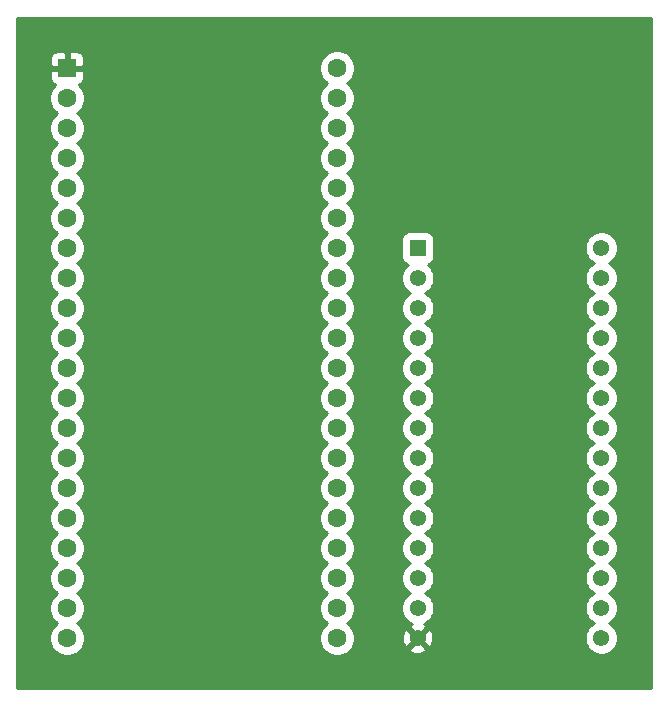
<source format=gbr>
G04 #@! TF.GenerationSoftware,KiCad,Pcbnew,(5.1.5-0-10_14)*
G04 #@! TF.CreationDate,2020-11-02T12:03:13-05:00*
G04 #@! TF.ProjectId,programmer,70726f67-7261-46d6-9d65-722e6b696361,rev?*
G04 #@! TF.SameCoordinates,Original*
G04 #@! TF.FileFunction,Copper,L1,Top*
G04 #@! TF.FilePolarity,Positive*
%FSLAX46Y46*%
G04 Gerber Fmt 4.6, Leading zero omitted, Abs format (unit mm)*
G04 Created by KiCad (PCBNEW (5.1.5-0-10_14)) date 2020-11-02 12:03:13*
%MOMM*%
%LPD*%
G04 APERTURE LIST*
%ADD10R,1.378000X1.378000*%
%ADD11C,1.378000*%
%ADD12C,1.600000*%
%ADD13R,1.600000X1.600000*%
%ADD14C,0.254000*%
G04 APERTURE END LIST*
D10*
X82518250Y-97663000D03*
D11*
X82518250Y-100203000D03*
X82518250Y-102743000D03*
X82518250Y-105283000D03*
X82518250Y-107823000D03*
X82518250Y-110363000D03*
X82518250Y-112903000D03*
X82518250Y-115443000D03*
X82518250Y-117983000D03*
X82518250Y-120523000D03*
X82518250Y-123063000D03*
X82518250Y-125603000D03*
X82518250Y-128143000D03*
X82518250Y-130683000D03*
X98075750Y-130683000D03*
X98075750Y-128143000D03*
X98075750Y-125603000D03*
X98075750Y-123063000D03*
X98075750Y-120523000D03*
X98075750Y-117983000D03*
X98075750Y-115443000D03*
X98075750Y-112903000D03*
X98075750Y-110363000D03*
X98075750Y-107823000D03*
X98075750Y-105283000D03*
X98075750Y-102743000D03*
X98075750Y-100203000D03*
X98075750Y-97663000D03*
D12*
X75692000Y-82423000D03*
D13*
X52832000Y-82423000D03*
D12*
X75692000Y-84963000D03*
X52832000Y-84963000D03*
X75692000Y-87503000D03*
X52832000Y-87503000D03*
X75692000Y-90043000D03*
X52832000Y-90043000D03*
X75692000Y-92583000D03*
X52832000Y-92583000D03*
X75692000Y-95123000D03*
X52832000Y-95123000D03*
X75692000Y-97663000D03*
X52832000Y-97663000D03*
X75692000Y-100203000D03*
X52832000Y-100203000D03*
X75692000Y-102743000D03*
X52832000Y-102743000D03*
X75692000Y-105283000D03*
X52832000Y-105283000D03*
X75692000Y-107823000D03*
X52832000Y-107823000D03*
X75692000Y-110363000D03*
X52832000Y-110363000D03*
X75692000Y-112903000D03*
X52832000Y-112903000D03*
X75692000Y-115443000D03*
X52832000Y-115443000D03*
X75692000Y-117983000D03*
X52832000Y-117983000D03*
X75692000Y-120523000D03*
X52832000Y-120523000D03*
X75692000Y-123063000D03*
X52832000Y-123063000D03*
X75692000Y-125603000D03*
X52832000Y-125603000D03*
X75692000Y-128143000D03*
X52832000Y-128143000D03*
X75692000Y-130683000D03*
X52832000Y-130683000D03*
D14*
G36*
X102245001Y-134884000D02*
G01*
X48631000Y-134884000D01*
X48631000Y-84812604D01*
X51305000Y-84812604D01*
X51305000Y-85113396D01*
X51363681Y-85408410D01*
X51478790Y-85686306D01*
X51645901Y-85936406D01*
X51858594Y-86149099D01*
X51984161Y-86233000D01*
X51858594Y-86316901D01*
X51645901Y-86529594D01*
X51478790Y-86779694D01*
X51363681Y-87057590D01*
X51305000Y-87352604D01*
X51305000Y-87653396D01*
X51363681Y-87948410D01*
X51478790Y-88226306D01*
X51645901Y-88476406D01*
X51858594Y-88689099D01*
X51984161Y-88773000D01*
X51858594Y-88856901D01*
X51645901Y-89069594D01*
X51478790Y-89319694D01*
X51363681Y-89597590D01*
X51305000Y-89892604D01*
X51305000Y-90193396D01*
X51363681Y-90488410D01*
X51478790Y-90766306D01*
X51645901Y-91016406D01*
X51858594Y-91229099D01*
X51984161Y-91313000D01*
X51858594Y-91396901D01*
X51645901Y-91609594D01*
X51478790Y-91859694D01*
X51363681Y-92137590D01*
X51305000Y-92432604D01*
X51305000Y-92733396D01*
X51363681Y-93028410D01*
X51478790Y-93306306D01*
X51645901Y-93556406D01*
X51858594Y-93769099D01*
X51984161Y-93853000D01*
X51858594Y-93936901D01*
X51645901Y-94149594D01*
X51478790Y-94399694D01*
X51363681Y-94677590D01*
X51305000Y-94972604D01*
X51305000Y-95273396D01*
X51363681Y-95568410D01*
X51478790Y-95846306D01*
X51645901Y-96096406D01*
X51858594Y-96309099D01*
X51984161Y-96393000D01*
X51858594Y-96476901D01*
X51645901Y-96689594D01*
X51478790Y-96939694D01*
X51363681Y-97217590D01*
X51305000Y-97512604D01*
X51305000Y-97813396D01*
X51363681Y-98108410D01*
X51478790Y-98386306D01*
X51645901Y-98636406D01*
X51858594Y-98849099D01*
X51984161Y-98933000D01*
X51858594Y-99016901D01*
X51645901Y-99229594D01*
X51478790Y-99479694D01*
X51363681Y-99757590D01*
X51305000Y-100052604D01*
X51305000Y-100353396D01*
X51363681Y-100648410D01*
X51478790Y-100926306D01*
X51645901Y-101176406D01*
X51858594Y-101389099D01*
X51984161Y-101473000D01*
X51858594Y-101556901D01*
X51645901Y-101769594D01*
X51478790Y-102019694D01*
X51363681Y-102297590D01*
X51305000Y-102592604D01*
X51305000Y-102893396D01*
X51363681Y-103188410D01*
X51478790Y-103466306D01*
X51645901Y-103716406D01*
X51858594Y-103929099D01*
X51984161Y-104013000D01*
X51858594Y-104096901D01*
X51645901Y-104309594D01*
X51478790Y-104559694D01*
X51363681Y-104837590D01*
X51305000Y-105132604D01*
X51305000Y-105433396D01*
X51363681Y-105728410D01*
X51478790Y-106006306D01*
X51645901Y-106256406D01*
X51858594Y-106469099D01*
X51984161Y-106553000D01*
X51858594Y-106636901D01*
X51645901Y-106849594D01*
X51478790Y-107099694D01*
X51363681Y-107377590D01*
X51305000Y-107672604D01*
X51305000Y-107973396D01*
X51363681Y-108268410D01*
X51478790Y-108546306D01*
X51645901Y-108796406D01*
X51858594Y-109009099D01*
X51984161Y-109093000D01*
X51858594Y-109176901D01*
X51645901Y-109389594D01*
X51478790Y-109639694D01*
X51363681Y-109917590D01*
X51305000Y-110212604D01*
X51305000Y-110513396D01*
X51363681Y-110808410D01*
X51478790Y-111086306D01*
X51645901Y-111336406D01*
X51858594Y-111549099D01*
X51984161Y-111633000D01*
X51858594Y-111716901D01*
X51645901Y-111929594D01*
X51478790Y-112179694D01*
X51363681Y-112457590D01*
X51305000Y-112752604D01*
X51305000Y-113053396D01*
X51363681Y-113348410D01*
X51478790Y-113626306D01*
X51645901Y-113876406D01*
X51858594Y-114089099D01*
X51984161Y-114173000D01*
X51858594Y-114256901D01*
X51645901Y-114469594D01*
X51478790Y-114719694D01*
X51363681Y-114997590D01*
X51305000Y-115292604D01*
X51305000Y-115593396D01*
X51363681Y-115888410D01*
X51478790Y-116166306D01*
X51645901Y-116416406D01*
X51858594Y-116629099D01*
X51984161Y-116713000D01*
X51858594Y-116796901D01*
X51645901Y-117009594D01*
X51478790Y-117259694D01*
X51363681Y-117537590D01*
X51305000Y-117832604D01*
X51305000Y-118133396D01*
X51363681Y-118428410D01*
X51478790Y-118706306D01*
X51645901Y-118956406D01*
X51858594Y-119169099D01*
X51984161Y-119253000D01*
X51858594Y-119336901D01*
X51645901Y-119549594D01*
X51478790Y-119799694D01*
X51363681Y-120077590D01*
X51305000Y-120372604D01*
X51305000Y-120673396D01*
X51363681Y-120968410D01*
X51478790Y-121246306D01*
X51645901Y-121496406D01*
X51858594Y-121709099D01*
X51984161Y-121793000D01*
X51858594Y-121876901D01*
X51645901Y-122089594D01*
X51478790Y-122339694D01*
X51363681Y-122617590D01*
X51305000Y-122912604D01*
X51305000Y-123213396D01*
X51363681Y-123508410D01*
X51478790Y-123786306D01*
X51645901Y-124036406D01*
X51858594Y-124249099D01*
X51984161Y-124333000D01*
X51858594Y-124416901D01*
X51645901Y-124629594D01*
X51478790Y-124879694D01*
X51363681Y-125157590D01*
X51305000Y-125452604D01*
X51305000Y-125753396D01*
X51363681Y-126048410D01*
X51478790Y-126326306D01*
X51645901Y-126576406D01*
X51858594Y-126789099D01*
X51984161Y-126873000D01*
X51858594Y-126956901D01*
X51645901Y-127169594D01*
X51478790Y-127419694D01*
X51363681Y-127697590D01*
X51305000Y-127992604D01*
X51305000Y-128293396D01*
X51363681Y-128588410D01*
X51478790Y-128866306D01*
X51645901Y-129116406D01*
X51858594Y-129329099D01*
X51984161Y-129413000D01*
X51858594Y-129496901D01*
X51645901Y-129709594D01*
X51478790Y-129959694D01*
X51363681Y-130237590D01*
X51305000Y-130532604D01*
X51305000Y-130833396D01*
X51363681Y-131128410D01*
X51478790Y-131406306D01*
X51645901Y-131656406D01*
X51858594Y-131869099D01*
X52108694Y-132036210D01*
X52386590Y-132151319D01*
X52681604Y-132210000D01*
X52982396Y-132210000D01*
X53277410Y-132151319D01*
X53555306Y-132036210D01*
X53805406Y-131869099D01*
X54018099Y-131656406D01*
X54185210Y-131406306D01*
X54300319Y-131128410D01*
X54359000Y-130833396D01*
X54359000Y-130532604D01*
X54300319Y-130237590D01*
X54185210Y-129959694D01*
X54018099Y-129709594D01*
X53805406Y-129496901D01*
X53679839Y-129413000D01*
X53805406Y-129329099D01*
X54018099Y-129116406D01*
X54185210Y-128866306D01*
X54300319Y-128588410D01*
X54359000Y-128293396D01*
X54359000Y-127992604D01*
X54300319Y-127697590D01*
X54185210Y-127419694D01*
X54018099Y-127169594D01*
X53805406Y-126956901D01*
X53679839Y-126873000D01*
X53805406Y-126789099D01*
X54018099Y-126576406D01*
X54185210Y-126326306D01*
X54300319Y-126048410D01*
X54359000Y-125753396D01*
X54359000Y-125452604D01*
X54300319Y-125157590D01*
X54185210Y-124879694D01*
X54018099Y-124629594D01*
X53805406Y-124416901D01*
X53679839Y-124333000D01*
X53805406Y-124249099D01*
X54018099Y-124036406D01*
X54185210Y-123786306D01*
X54300319Y-123508410D01*
X54359000Y-123213396D01*
X54359000Y-122912604D01*
X54300319Y-122617590D01*
X54185210Y-122339694D01*
X54018099Y-122089594D01*
X53805406Y-121876901D01*
X53679839Y-121793000D01*
X53805406Y-121709099D01*
X54018099Y-121496406D01*
X54185210Y-121246306D01*
X54300319Y-120968410D01*
X54359000Y-120673396D01*
X54359000Y-120372604D01*
X54300319Y-120077590D01*
X54185210Y-119799694D01*
X54018099Y-119549594D01*
X53805406Y-119336901D01*
X53679839Y-119253000D01*
X53805406Y-119169099D01*
X54018099Y-118956406D01*
X54185210Y-118706306D01*
X54300319Y-118428410D01*
X54359000Y-118133396D01*
X54359000Y-117832604D01*
X54300319Y-117537590D01*
X54185210Y-117259694D01*
X54018099Y-117009594D01*
X53805406Y-116796901D01*
X53679839Y-116713000D01*
X53805406Y-116629099D01*
X54018099Y-116416406D01*
X54185210Y-116166306D01*
X54300319Y-115888410D01*
X54359000Y-115593396D01*
X54359000Y-115292604D01*
X54300319Y-114997590D01*
X54185210Y-114719694D01*
X54018099Y-114469594D01*
X53805406Y-114256901D01*
X53679839Y-114173000D01*
X53805406Y-114089099D01*
X54018099Y-113876406D01*
X54185210Y-113626306D01*
X54300319Y-113348410D01*
X54359000Y-113053396D01*
X54359000Y-112752604D01*
X54300319Y-112457590D01*
X54185210Y-112179694D01*
X54018099Y-111929594D01*
X53805406Y-111716901D01*
X53679839Y-111633000D01*
X53805406Y-111549099D01*
X54018099Y-111336406D01*
X54185210Y-111086306D01*
X54300319Y-110808410D01*
X54359000Y-110513396D01*
X54359000Y-110212604D01*
X54300319Y-109917590D01*
X54185210Y-109639694D01*
X54018099Y-109389594D01*
X53805406Y-109176901D01*
X53679839Y-109093000D01*
X53805406Y-109009099D01*
X54018099Y-108796406D01*
X54185210Y-108546306D01*
X54300319Y-108268410D01*
X54359000Y-107973396D01*
X54359000Y-107672604D01*
X54300319Y-107377590D01*
X54185210Y-107099694D01*
X54018099Y-106849594D01*
X53805406Y-106636901D01*
X53679839Y-106553000D01*
X53805406Y-106469099D01*
X54018099Y-106256406D01*
X54185210Y-106006306D01*
X54300319Y-105728410D01*
X54359000Y-105433396D01*
X54359000Y-105132604D01*
X54300319Y-104837590D01*
X54185210Y-104559694D01*
X54018099Y-104309594D01*
X53805406Y-104096901D01*
X53679839Y-104013000D01*
X53805406Y-103929099D01*
X54018099Y-103716406D01*
X54185210Y-103466306D01*
X54300319Y-103188410D01*
X54359000Y-102893396D01*
X54359000Y-102592604D01*
X54300319Y-102297590D01*
X54185210Y-102019694D01*
X54018099Y-101769594D01*
X53805406Y-101556901D01*
X53679839Y-101473000D01*
X53805406Y-101389099D01*
X54018099Y-101176406D01*
X54185210Y-100926306D01*
X54300319Y-100648410D01*
X54359000Y-100353396D01*
X54359000Y-100052604D01*
X54300319Y-99757590D01*
X54185210Y-99479694D01*
X54018099Y-99229594D01*
X53805406Y-99016901D01*
X53679839Y-98933000D01*
X53805406Y-98849099D01*
X54018099Y-98636406D01*
X54185210Y-98386306D01*
X54300319Y-98108410D01*
X54359000Y-97813396D01*
X54359000Y-97512604D01*
X54300319Y-97217590D01*
X54185210Y-96939694D01*
X54018099Y-96689594D01*
X53805406Y-96476901D01*
X53679839Y-96393000D01*
X53805406Y-96309099D01*
X54018099Y-96096406D01*
X54185210Y-95846306D01*
X54300319Y-95568410D01*
X54359000Y-95273396D01*
X54359000Y-94972604D01*
X54300319Y-94677590D01*
X54185210Y-94399694D01*
X54018099Y-94149594D01*
X53805406Y-93936901D01*
X53679839Y-93853000D01*
X53805406Y-93769099D01*
X54018099Y-93556406D01*
X54185210Y-93306306D01*
X54300319Y-93028410D01*
X54359000Y-92733396D01*
X54359000Y-92432604D01*
X54300319Y-92137590D01*
X54185210Y-91859694D01*
X54018099Y-91609594D01*
X53805406Y-91396901D01*
X53679839Y-91313000D01*
X53805406Y-91229099D01*
X54018099Y-91016406D01*
X54185210Y-90766306D01*
X54300319Y-90488410D01*
X54359000Y-90193396D01*
X54359000Y-89892604D01*
X54300319Y-89597590D01*
X54185210Y-89319694D01*
X54018099Y-89069594D01*
X53805406Y-88856901D01*
X53679839Y-88773000D01*
X53805406Y-88689099D01*
X54018099Y-88476406D01*
X54185210Y-88226306D01*
X54300319Y-87948410D01*
X54359000Y-87653396D01*
X54359000Y-87352604D01*
X54300319Y-87057590D01*
X54185210Y-86779694D01*
X54018099Y-86529594D01*
X53805406Y-86316901D01*
X53679839Y-86233000D01*
X53805406Y-86149099D01*
X54018099Y-85936406D01*
X54185210Y-85686306D01*
X54300319Y-85408410D01*
X54359000Y-85113396D01*
X54359000Y-84812604D01*
X54300319Y-84517590D01*
X54185210Y-84239694D01*
X54018099Y-83989594D01*
X53849193Y-83820688D01*
X53876180Y-83812502D01*
X53986494Y-83753537D01*
X54083185Y-83674185D01*
X54162537Y-83577494D01*
X54221502Y-83467180D01*
X54257812Y-83347482D01*
X54270072Y-83223000D01*
X54267000Y-82708750D01*
X54108250Y-82550000D01*
X52959000Y-82550000D01*
X52959000Y-82570000D01*
X52705000Y-82570000D01*
X52705000Y-82550000D01*
X51555750Y-82550000D01*
X51397000Y-82708750D01*
X51393928Y-83223000D01*
X51406188Y-83347482D01*
X51442498Y-83467180D01*
X51501463Y-83577494D01*
X51580815Y-83674185D01*
X51677506Y-83753537D01*
X51787820Y-83812502D01*
X51814807Y-83820688D01*
X51645901Y-83989594D01*
X51478790Y-84239694D01*
X51363681Y-84517590D01*
X51305000Y-84812604D01*
X48631000Y-84812604D01*
X48631000Y-81623000D01*
X51393928Y-81623000D01*
X51397000Y-82137250D01*
X51555750Y-82296000D01*
X52705000Y-82296000D01*
X52705000Y-81146750D01*
X52959000Y-81146750D01*
X52959000Y-82296000D01*
X54108250Y-82296000D01*
X54131646Y-82272604D01*
X74165000Y-82272604D01*
X74165000Y-82573396D01*
X74223681Y-82868410D01*
X74338790Y-83146306D01*
X74505901Y-83396406D01*
X74718594Y-83609099D01*
X74844161Y-83693000D01*
X74718594Y-83776901D01*
X74505901Y-83989594D01*
X74338790Y-84239694D01*
X74223681Y-84517590D01*
X74165000Y-84812604D01*
X74165000Y-85113396D01*
X74223681Y-85408410D01*
X74338790Y-85686306D01*
X74505901Y-85936406D01*
X74718594Y-86149099D01*
X74844161Y-86233000D01*
X74718594Y-86316901D01*
X74505901Y-86529594D01*
X74338790Y-86779694D01*
X74223681Y-87057590D01*
X74165000Y-87352604D01*
X74165000Y-87653396D01*
X74223681Y-87948410D01*
X74338790Y-88226306D01*
X74505901Y-88476406D01*
X74718594Y-88689099D01*
X74844161Y-88773000D01*
X74718594Y-88856901D01*
X74505901Y-89069594D01*
X74338790Y-89319694D01*
X74223681Y-89597590D01*
X74165000Y-89892604D01*
X74165000Y-90193396D01*
X74223681Y-90488410D01*
X74338790Y-90766306D01*
X74505901Y-91016406D01*
X74718594Y-91229099D01*
X74844161Y-91313000D01*
X74718594Y-91396901D01*
X74505901Y-91609594D01*
X74338790Y-91859694D01*
X74223681Y-92137590D01*
X74165000Y-92432604D01*
X74165000Y-92733396D01*
X74223681Y-93028410D01*
X74338790Y-93306306D01*
X74505901Y-93556406D01*
X74718594Y-93769099D01*
X74844161Y-93853000D01*
X74718594Y-93936901D01*
X74505901Y-94149594D01*
X74338790Y-94399694D01*
X74223681Y-94677590D01*
X74165000Y-94972604D01*
X74165000Y-95273396D01*
X74223681Y-95568410D01*
X74338790Y-95846306D01*
X74505901Y-96096406D01*
X74718594Y-96309099D01*
X74844161Y-96393000D01*
X74718594Y-96476901D01*
X74505901Y-96689594D01*
X74338790Y-96939694D01*
X74223681Y-97217590D01*
X74165000Y-97512604D01*
X74165000Y-97813396D01*
X74223681Y-98108410D01*
X74338790Y-98386306D01*
X74505901Y-98636406D01*
X74718594Y-98849099D01*
X74844161Y-98933000D01*
X74718594Y-99016901D01*
X74505901Y-99229594D01*
X74338790Y-99479694D01*
X74223681Y-99757590D01*
X74165000Y-100052604D01*
X74165000Y-100353396D01*
X74223681Y-100648410D01*
X74338790Y-100926306D01*
X74505901Y-101176406D01*
X74718594Y-101389099D01*
X74844161Y-101473000D01*
X74718594Y-101556901D01*
X74505901Y-101769594D01*
X74338790Y-102019694D01*
X74223681Y-102297590D01*
X74165000Y-102592604D01*
X74165000Y-102893396D01*
X74223681Y-103188410D01*
X74338790Y-103466306D01*
X74505901Y-103716406D01*
X74718594Y-103929099D01*
X74844161Y-104013000D01*
X74718594Y-104096901D01*
X74505901Y-104309594D01*
X74338790Y-104559694D01*
X74223681Y-104837590D01*
X74165000Y-105132604D01*
X74165000Y-105433396D01*
X74223681Y-105728410D01*
X74338790Y-106006306D01*
X74505901Y-106256406D01*
X74718594Y-106469099D01*
X74844161Y-106553000D01*
X74718594Y-106636901D01*
X74505901Y-106849594D01*
X74338790Y-107099694D01*
X74223681Y-107377590D01*
X74165000Y-107672604D01*
X74165000Y-107973396D01*
X74223681Y-108268410D01*
X74338790Y-108546306D01*
X74505901Y-108796406D01*
X74718594Y-109009099D01*
X74844161Y-109093000D01*
X74718594Y-109176901D01*
X74505901Y-109389594D01*
X74338790Y-109639694D01*
X74223681Y-109917590D01*
X74165000Y-110212604D01*
X74165000Y-110513396D01*
X74223681Y-110808410D01*
X74338790Y-111086306D01*
X74505901Y-111336406D01*
X74718594Y-111549099D01*
X74844161Y-111633000D01*
X74718594Y-111716901D01*
X74505901Y-111929594D01*
X74338790Y-112179694D01*
X74223681Y-112457590D01*
X74165000Y-112752604D01*
X74165000Y-113053396D01*
X74223681Y-113348410D01*
X74338790Y-113626306D01*
X74505901Y-113876406D01*
X74718594Y-114089099D01*
X74844161Y-114173000D01*
X74718594Y-114256901D01*
X74505901Y-114469594D01*
X74338790Y-114719694D01*
X74223681Y-114997590D01*
X74165000Y-115292604D01*
X74165000Y-115593396D01*
X74223681Y-115888410D01*
X74338790Y-116166306D01*
X74505901Y-116416406D01*
X74718594Y-116629099D01*
X74844161Y-116713000D01*
X74718594Y-116796901D01*
X74505901Y-117009594D01*
X74338790Y-117259694D01*
X74223681Y-117537590D01*
X74165000Y-117832604D01*
X74165000Y-118133396D01*
X74223681Y-118428410D01*
X74338790Y-118706306D01*
X74505901Y-118956406D01*
X74718594Y-119169099D01*
X74844161Y-119253000D01*
X74718594Y-119336901D01*
X74505901Y-119549594D01*
X74338790Y-119799694D01*
X74223681Y-120077590D01*
X74165000Y-120372604D01*
X74165000Y-120673396D01*
X74223681Y-120968410D01*
X74338790Y-121246306D01*
X74505901Y-121496406D01*
X74718594Y-121709099D01*
X74844161Y-121793000D01*
X74718594Y-121876901D01*
X74505901Y-122089594D01*
X74338790Y-122339694D01*
X74223681Y-122617590D01*
X74165000Y-122912604D01*
X74165000Y-123213396D01*
X74223681Y-123508410D01*
X74338790Y-123786306D01*
X74505901Y-124036406D01*
X74718594Y-124249099D01*
X74844161Y-124333000D01*
X74718594Y-124416901D01*
X74505901Y-124629594D01*
X74338790Y-124879694D01*
X74223681Y-125157590D01*
X74165000Y-125452604D01*
X74165000Y-125753396D01*
X74223681Y-126048410D01*
X74338790Y-126326306D01*
X74505901Y-126576406D01*
X74718594Y-126789099D01*
X74844161Y-126873000D01*
X74718594Y-126956901D01*
X74505901Y-127169594D01*
X74338790Y-127419694D01*
X74223681Y-127697590D01*
X74165000Y-127992604D01*
X74165000Y-128293396D01*
X74223681Y-128588410D01*
X74338790Y-128866306D01*
X74505901Y-129116406D01*
X74718594Y-129329099D01*
X74844161Y-129413000D01*
X74718594Y-129496901D01*
X74505901Y-129709594D01*
X74338790Y-129959694D01*
X74223681Y-130237590D01*
X74165000Y-130532604D01*
X74165000Y-130833396D01*
X74223681Y-131128410D01*
X74338790Y-131406306D01*
X74505901Y-131656406D01*
X74718594Y-131869099D01*
X74968694Y-132036210D01*
X75246590Y-132151319D01*
X75541604Y-132210000D01*
X75842396Y-132210000D01*
X76137410Y-132151319D01*
X76415306Y-132036210D01*
X76665406Y-131869099D01*
X76878099Y-131656406D01*
X76918188Y-131596407D01*
X81784448Y-131596407D01*
X81842573Y-131829054D01*
X82079140Y-131938851D01*
X82332581Y-132000386D01*
X82593158Y-132011294D01*
X82850856Y-131971158D01*
X83095772Y-131881518D01*
X83193927Y-131829054D01*
X83252052Y-131596407D01*
X82518250Y-130862605D01*
X81784448Y-131596407D01*
X76918188Y-131596407D01*
X77045210Y-131406306D01*
X77160319Y-131128410D01*
X77219000Y-130833396D01*
X77219000Y-130757908D01*
X81189956Y-130757908D01*
X81230092Y-131015606D01*
X81319732Y-131260522D01*
X81372196Y-131358677D01*
X81604843Y-131416802D01*
X82338645Y-130683000D01*
X82697855Y-130683000D01*
X83431657Y-131416802D01*
X83664304Y-131358677D01*
X83774101Y-131122110D01*
X83835636Y-130868669D01*
X83846544Y-130608092D01*
X83806408Y-130350394D01*
X83716768Y-130105478D01*
X83664304Y-130007323D01*
X83431657Y-129949198D01*
X82697855Y-130683000D01*
X82338645Y-130683000D01*
X81604843Y-129949198D01*
X81372196Y-130007323D01*
X81262399Y-130243890D01*
X81200864Y-130497331D01*
X81189956Y-130757908D01*
X77219000Y-130757908D01*
X77219000Y-130532604D01*
X77160319Y-130237590D01*
X77045210Y-129959694D01*
X76878099Y-129709594D01*
X76665406Y-129496901D01*
X76539839Y-129413000D01*
X76665406Y-129329099D01*
X76878099Y-129116406D01*
X77045210Y-128866306D01*
X77160319Y-128588410D01*
X77219000Y-128293396D01*
X77219000Y-127992604D01*
X77160319Y-127697590D01*
X77045210Y-127419694D01*
X76878099Y-127169594D01*
X76665406Y-126956901D01*
X76539839Y-126873000D01*
X76665406Y-126789099D01*
X76878099Y-126576406D01*
X77045210Y-126326306D01*
X77160319Y-126048410D01*
X77219000Y-125753396D01*
X77219000Y-125452604D01*
X77160319Y-125157590D01*
X77045210Y-124879694D01*
X76878099Y-124629594D01*
X76665406Y-124416901D01*
X76539839Y-124333000D01*
X76665406Y-124249099D01*
X76878099Y-124036406D01*
X77045210Y-123786306D01*
X77160319Y-123508410D01*
X77219000Y-123213396D01*
X77219000Y-122912604D01*
X77160319Y-122617590D01*
X77045210Y-122339694D01*
X76878099Y-122089594D01*
X76665406Y-121876901D01*
X76539839Y-121793000D01*
X76665406Y-121709099D01*
X76878099Y-121496406D01*
X77045210Y-121246306D01*
X77160319Y-120968410D01*
X77219000Y-120673396D01*
X77219000Y-120372604D01*
X77160319Y-120077590D01*
X77045210Y-119799694D01*
X76878099Y-119549594D01*
X76665406Y-119336901D01*
X76539839Y-119253000D01*
X76665406Y-119169099D01*
X76878099Y-118956406D01*
X77045210Y-118706306D01*
X77160319Y-118428410D01*
X77219000Y-118133396D01*
X77219000Y-117832604D01*
X77160319Y-117537590D01*
X77045210Y-117259694D01*
X76878099Y-117009594D01*
X76665406Y-116796901D01*
X76539839Y-116713000D01*
X76665406Y-116629099D01*
X76878099Y-116416406D01*
X77045210Y-116166306D01*
X77160319Y-115888410D01*
X77219000Y-115593396D01*
X77219000Y-115292604D01*
X77160319Y-114997590D01*
X77045210Y-114719694D01*
X76878099Y-114469594D01*
X76665406Y-114256901D01*
X76539839Y-114173000D01*
X76665406Y-114089099D01*
X76878099Y-113876406D01*
X77045210Y-113626306D01*
X77160319Y-113348410D01*
X77219000Y-113053396D01*
X77219000Y-112752604D01*
X77160319Y-112457590D01*
X77045210Y-112179694D01*
X76878099Y-111929594D01*
X76665406Y-111716901D01*
X76539839Y-111633000D01*
X76665406Y-111549099D01*
X76878099Y-111336406D01*
X77045210Y-111086306D01*
X77160319Y-110808410D01*
X77219000Y-110513396D01*
X77219000Y-110212604D01*
X77160319Y-109917590D01*
X77045210Y-109639694D01*
X76878099Y-109389594D01*
X76665406Y-109176901D01*
X76539839Y-109093000D01*
X76665406Y-109009099D01*
X76878099Y-108796406D01*
X77045210Y-108546306D01*
X77160319Y-108268410D01*
X77219000Y-107973396D01*
X77219000Y-107672604D01*
X77160319Y-107377590D01*
X77045210Y-107099694D01*
X76878099Y-106849594D01*
X76665406Y-106636901D01*
X76539839Y-106553000D01*
X76665406Y-106469099D01*
X76878099Y-106256406D01*
X77045210Y-106006306D01*
X77160319Y-105728410D01*
X77219000Y-105433396D01*
X77219000Y-105132604D01*
X77160319Y-104837590D01*
X77045210Y-104559694D01*
X76878099Y-104309594D01*
X76665406Y-104096901D01*
X76539839Y-104013000D01*
X76665406Y-103929099D01*
X76878099Y-103716406D01*
X77045210Y-103466306D01*
X77160319Y-103188410D01*
X77219000Y-102893396D01*
X77219000Y-102592604D01*
X77160319Y-102297590D01*
X77045210Y-102019694D01*
X76878099Y-101769594D01*
X76665406Y-101556901D01*
X76539839Y-101473000D01*
X76665406Y-101389099D01*
X76878099Y-101176406D01*
X77045210Y-100926306D01*
X77160319Y-100648410D01*
X77219000Y-100353396D01*
X77219000Y-100052604D01*
X77160319Y-99757590D01*
X77045210Y-99479694D01*
X76878099Y-99229594D01*
X76665406Y-99016901D01*
X76539839Y-98933000D01*
X76665406Y-98849099D01*
X76878099Y-98636406D01*
X77045210Y-98386306D01*
X77160319Y-98108410D01*
X77219000Y-97813396D01*
X77219000Y-97512604D01*
X77160319Y-97217590D01*
X77059421Y-96974000D01*
X81098733Y-96974000D01*
X81098733Y-98352000D01*
X81112770Y-98494517D01*
X81154340Y-98631557D01*
X81221847Y-98757853D01*
X81312696Y-98868554D01*
X81423397Y-98959403D01*
X81549693Y-99026910D01*
X81673469Y-99064456D01*
X81615603Y-99103121D01*
X81418371Y-99300353D01*
X81263407Y-99532273D01*
X81156666Y-99789968D01*
X81102250Y-100063536D01*
X81102250Y-100342464D01*
X81156666Y-100616032D01*
X81263407Y-100873727D01*
X81418371Y-101105647D01*
X81615603Y-101302879D01*
X81847523Y-101457843D01*
X81884115Y-101473000D01*
X81847523Y-101488157D01*
X81615603Y-101643121D01*
X81418371Y-101840353D01*
X81263407Y-102072273D01*
X81156666Y-102329968D01*
X81102250Y-102603536D01*
X81102250Y-102882464D01*
X81156666Y-103156032D01*
X81263407Y-103413727D01*
X81418371Y-103645647D01*
X81615603Y-103842879D01*
X81847523Y-103997843D01*
X81884115Y-104013000D01*
X81847523Y-104028157D01*
X81615603Y-104183121D01*
X81418371Y-104380353D01*
X81263407Y-104612273D01*
X81156666Y-104869968D01*
X81102250Y-105143536D01*
X81102250Y-105422464D01*
X81156666Y-105696032D01*
X81263407Y-105953727D01*
X81418371Y-106185647D01*
X81615603Y-106382879D01*
X81847523Y-106537843D01*
X81884115Y-106553000D01*
X81847523Y-106568157D01*
X81615603Y-106723121D01*
X81418371Y-106920353D01*
X81263407Y-107152273D01*
X81156666Y-107409968D01*
X81102250Y-107683536D01*
X81102250Y-107962464D01*
X81156666Y-108236032D01*
X81263407Y-108493727D01*
X81418371Y-108725647D01*
X81615603Y-108922879D01*
X81847523Y-109077843D01*
X81884115Y-109093000D01*
X81847523Y-109108157D01*
X81615603Y-109263121D01*
X81418371Y-109460353D01*
X81263407Y-109692273D01*
X81156666Y-109949968D01*
X81102250Y-110223536D01*
X81102250Y-110502464D01*
X81156666Y-110776032D01*
X81263407Y-111033727D01*
X81418371Y-111265647D01*
X81615603Y-111462879D01*
X81847523Y-111617843D01*
X81884115Y-111633000D01*
X81847523Y-111648157D01*
X81615603Y-111803121D01*
X81418371Y-112000353D01*
X81263407Y-112232273D01*
X81156666Y-112489968D01*
X81102250Y-112763536D01*
X81102250Y-113042464D01*
X81156666Y-113316032D01*
X81263407Y-113573727D01*
X81418371Y-113805647D01*
X81615603Y-114002879D01*
X81847523Y-114157843D01*
X81884115Y-114173000D01*
X81847523Y-114188157D01*
X81615603Y-114343121D01*
X81418371Y-114540353D01*
X81263407Y-114772273D01*
X81156666Y-115029968D01*
X81102250Y-115303536D01*
X81102250Y-115582464D01*
X81156666Y-115856032D01*
X81263407Y-116113727D01*
X81418371Y-116345647D01*
X81615603Y-116542879D01*
X81847523Y-116697843D01*
X81884115Y-116713000D01*
X81847523Y-116728157D01*
X81615603Y-116883121D01*
X81418371Y-117080353D01*
X81263407Y-117312273D01*
X81156666Y-117569968D01*
X81102250Y-117843536D01*
X81102250Y-118122464D01*
X81156666Y-118396032D01*
X81263407Y-118653727D01*
X81418371Y-118885647D01*
X81615603Y-119082879D01*
X81847523Y-119237843D01*
X81884115Y-119253000D01*
X81847523Y-119268157D01*
X81615603Y-119423121D01*
X81418371Y-119620353D01*
X81263407Y-119852273D01*
X81156666Y-120109968D01*
X81102250Y-120383536D01*
X81102250Y-120662464D01*
X81156666Y-120936032D01*
X81263407Y-121193727D01*
X81418371Y-121425647D01*
X81615603Y-121622879D01*
X81847523Y-121777843D01*
X81884115Y-121793000D01*
X81847523Y-121808157D01*
X81615603Y-121963121D01*
X81418371Y-122160353D01*
X81263407Y-122392273D01*
X81156666Y-122649968D01*
X81102250Y-122923536D01*
X81102250Y-123202464D01*
X81156666Y-123476032D01*
X81263407Y-123733727D01*
X81418371Y-123965647D01*
X81615603Y-124162879D01*
X81847523Y-124317843D01*
X81884115Y-124333000D01*
X81847523Y-124348157D01*
X81615603Y-124503121D01*
X81418371Y-124700353D01*
X81263407Y-124932273D01*
X81156666Y-125189968D01*
X81102250Y-125463536D01*
X81102250Y-125742464D01*
X81156666Y-126016032D01*
X81263407Y-126273727D01*
X81418371Y-126505647D01*
X81615603Y-126702879D01*
X81847523Y-126857843D01*
X81884115Y-126873000D01*
X81847523Y-126888157D01*
X81615603Y-127043121D01*
X81418371Y-127240353D01*
X81263407Y-127472273D01*
X81156666Y-127729968D01*
X81102250Y-128003536D01*
X81102250Y-128282464D01*
X81156666Y-128556032D01*
X81263407Y-128813727D01*
X81418371Y-129045647D01*
X81615603Y-129242879D01*
X81847523Y-129397843D01*
X82002290Y-129461950D01*
X81940728Y-129484482D01*
X81842573Y-129536946D01*
X81784448Y-129769593D01*
X82518250Y-130503395D01*
X83252052Y-129769593D01*
X83193927Y-129536946D01*
X83033222Y-129462359D01*
X83188977Y-129397843D01*
X83420897Y-129242879D01*
X83618129Y-129045647D01*
X83773093Y-128813727D01*
X83879834Y-128556032D01*
X83934250Y-128282464D01*
X83934250Y-128003536D01*
X83879834Y-127729968D01*
X83773093Y-127472273D01*
X83618129Y-127240353D01*
X83420897Y-127043121D01*
X83188977Y-126888157D01*
X83152385Y-126873000D01*
X83188977Y-126857843D01*
X83420897Y-126702879D01*
X83618129Y-126505647D01*
X83773093Y-126273727D01*
X83879834Y-126016032D01*
X83934250Y-125742464D01*
X83934250Y-125463536D01*
X83879834Y-125189968D01*
X83773093Y-124932273D01*
X83618129Y-124700353D01*
X83420897Y-124503121D01*
X83188977Y-124348157D01*
X83152385Y-124333000D01*
X83188977Y-124317843D01*
X83420897Y-124162879D01*
X83618129Y-123965647D01*
X83773093Y-123733727D01*
X83879834Y-123476032D01*
X83934250Y-123202464D01*
X83934250Y-122923536D01*
X83879834Y-122649968D01*
X83773093Y-122392273D01*
X83618129Y-122160353D01*
X83420897Y-121963121D01*
X83188977Y-121808157D01*
X83152385Y-121793000D01*
X83188977Y-121777843D01*
X83420897Y-121622879D01*
X83618129Y-121425647D01*
X83773093Y-121193727D01*
X83879834Y-120936032D01*
X83934250Y-120662464D01*
X83934250Y-120383536D01*
X83879834Y-120109968D01*
X83773093Y-119852273D01*
X83618129Y-119620353D01*
X83420897Y-119423121D01*
X83188977Y-119268157D01*
X83152385Y-119253000D01*
X83188977Y-119237843D01*
X83420897Y-119082879D01*
X83618129Y-118885647D01*
X83773093Y-118653727D01*
X83879834Y-118396032D01*
X83934250Y-118122464D01*
X83934250Y-117843536D01*
X83879834Y-117569968D01*
X83773093Y-117312273D01*
X83618129Y-117080353D01*
X83420897Y-116883121D01*
X83188977Y-116728157D01*
X83152385Y-116713000D01*
X83188977Y-116697843D01*
X83420897Y-116542879D01*
X83618129Y-116345647D01*
X83773093Y-116113727D01*
X83879834Y-115856032D01*
X83934250Y-115582464D01*
X83934250Y-115303536D01*
X83879834Y-115029968D01*
X83773093Y-114772273D01*
X83618129Y-114540353D01*
X83420897Y-114343121D01*
X83188977Y-114188157D01*
X83152385Y-114173000D01*
X83188977Y-114157843D01*
X83420897Y-114002879D01*
X83618129Y-113805647D01*
X83773093Y-113573727D01*
X83879834Y-113316032D01*
X83934250Y-113042464D01*
X83934250Y-112763536D01*
X83879834Y-112489968D01*
X83773093Y-112232273D01*
X83618129Y-112000353D01*
X83420897Y-111803121D01*
X83188977Y-111648157D01*
X83152385Y-111633000D01*
X83188977Y-111617843D01*
X83420897Y-111462879D01*
X83618129Y-111265647D01*
X83773093Y-111033727D01*
X83879834Y-110776032D01*
X83934250Y-110502464D01*
X83934250Y-110223536D01*
X83879834Y-109949968D01*
X83773093Y-109692273D01*
X83618129Y-109460353D01*
X83420897Y-109263121D01*
X83188977Y-109108157D01*
X83152385Y-109093000D01*
X83188977Y-109077843D01*
X83420897Y-108922879D01*
X83618129Y-108725647D01*
X83773093Y-108493727D01*
X83879834Y-108236032D01*
X83934250Y-107962464D01*
X83934250Y-107683536D01*
X83879834Y-107409968D01*
X83773093Y-107152273D01*
X83618129Y-106920353D01*
X83420897Y-106723121D01*
X83188977Y-106568157D01*
X83152385Y-106553000D01*
X83188977Y-106537843D01*
X83420897Y-106382879D01*
X83618129Y-106185647D01*
X83773093Y-105953727D01*
X83879834Y-105696032D01*
X83934250Y-105422464D01*
X83934250Y-105143536D01*
X83879834Y-104869968D01*
X83773093Y-104612273D01*
X83618129Y-104380353D01*
X83420897Y-104183121D01*
X83188977Y-104028157D01*
X83152385Y-104013000D01*
X83188977Y-103997843D01*
X83420897Y-103842879D01*
X83618129Y-103645647D01*
X83773093Y-103413727D01*
X83879834Y-103156032D01*
X83934250Y-102882464D01*
X83934250Y-102603536D01*
X83879834Y-102329968D01*
X83773093Y-102072273D01*
X83618129Y-101840353D01*
X83420897Y-101643121D01*
X83188977Y-101488157D01*
X83152385Y-101473000D01*
X83188977Y-101457843D01*
X83420897Y-101302879D01*
X83618129Y-101105647D01*
X83773093Y-100873727D01*
X83879834Y-100616032D01*
X83934250Y-100342464D01*
X83934250Y-100063536D01*
X83879834Y-99789968D01*
X83773093Y-99532273D01*
X83618129Y-99300353D01*
X83420897Y-99103121D01*
X83363031Y-99064456D01*
X83486807Y-99026910D01*
X83613103Y-98959403D01*
X83723804Y-98868554D01*
X83814653Y-98757853D01*
X83882160Y-98631557D01*
X83923730Y-98494517D01*
X83937767Y-98352000D01*
X83937767Y-97523536D01*
X96659750Y-97523536D01*
X96659750Y-97802464D01*
X96714166Y-98076032D01*
X96820907Y-98333727D01*
X96975871Y-98565647D01*
X97173103Y-98762879D01*
X97405023Y-98917843D01*
X97441615Y-98933000D01*
X97405023Y-98948157D01*
X97173103Y-99103121D01*
X96975871Y-99300353D01*
X96820907Y-99532273D01*
X96714166Y-99789968D01*
X96659750Y-100063536D01*
X96659750Y-100342464D01*
X96714166Y-100616032D01*
X96820907Y-100873727D01*
X96975871Y-101105647D01*
X97173103Y-101302879D01*
X97405023Y-101457843D01*
X97441615Y-101473000D01*
X97405023Y-101488157D01*
X97173103Y-101643121D01*
X96975871Y-101840353D01*
X96820907Y-102072273D01*
X96714166Y-102329968D01*
X96659750Y-102603536D01*
X96659750Y-102882464D01*
X96714166Y-103156032D01*
X96820907Y-103413727D01*
X96975871Y-103645647D01*
X97173103Y-103842879D01*
X97405023Y-103997843D01*
X97441615Y-104013000D01*
X97405023Y-104028157D01*
X97173103Y-104183121D01*
X96975871Y-104380353D01*
X96820907Y-104612273D01*
X96714166Y-104869968D01*
X96659750Y-105143536D01*
X96659750Y-105422464D01*
X96714166Y-105696032D01*
X96820907Y-105953727D01*
X96975871Y-106185647D01*
X97173103Y-106382879D01*
X97405023Y-106537843D01*
X97441615Y-106553000D01*
X97405023Y-106568157D01*
X97173103Y-106723121D01*
X96975871Y-106920353D01*
X96820907Y-107152273D01*
X96714166Y-107409968D01*
X96659750Y-107683536D01*
X96659750Y-107962464D01*
X96714166Y-108236032D01*
X96820907Y-108493727D01*
X96975871Y-108725647D01*
X97173103Y-108922879D01*
X97405023Y-109077843D01*
X97441615Y-109093000D01*
X97405023Y-109108157D01*
X97173103Y-109263121D01*
X96975871Y-109460353D01*
X96820907Y-109692273D01*
X96714166Y-109949968D01*
X96659750Y-110223536D01*
X96659750Y-110502464D01*
X96714166Y-110776032D01*
X96820907Y-111033727D01*
X96975871Y-111265647D01*
X97173103Y-111462879D01*
X97405023Y-111617843D01*
X97441615Y-111633000D01*
X97405023Y-111648157D01*
X97173103Y-111803121D01*
X96975871Y-112000353D01*
X96820907Y-112232273D01*
X96714166Y-112489968D01*
X96659750Y-112763536D01*
X96659750Y-113042464D01*
X96714166Y-113316032D01*
X96820907Y-113573727D01*
X96975871Y-113805647D01*
X97173103Y-114002879D01*
X97405023Y-114157843D01*
X97441615Y-114173000D01*
X97405023Y-114188157D01*
X97173103Y-114343121D01*
X96975871Y-114540353D01*
X96820907Y-114772273D01*
X96714166Y-115029968D01*
X96659750Y-115303536D01*
X96659750Y-115582464D01*
X96714166Y-115856032D01*
X96820907Y-116113727D01*
X96975871Y-116345647D01*
X97173103Y-116542879D01*
X97405023Y-116697843D01*
X97441615Y-116713000D01*
X97405023Y-116728157D01*
X97173103Y-116883121D01*
X96975871Y-117080353D01*
X96820907Y-117312273D01*
X96714166Y-117569968D01*
X96659750Y-117843536D01*
X96659750Y-118122464D01*
X96714166Y-118396032D01*
X96820907Y-118653727D01*
X96975871Y-118885647D01*
X97173103Y-119082879D01*
X97405023Y-119237843D01*
X97441615Y-119253000D01*
X97405023Y-119268157D01*
X97173103Y-119423121D01*
X96975871Y-119620353D01*
X96820907Y-119852273D01*
X96714166Y-120109968D01*
X96659750Y-120383536D01*
X96659750Y-120662464D01*
X96714166Y-120936032D01*
X96820907Y-121193727D01*
X96975871Y-121425647D01*
X97173103Y-121622879D01*
X97405023Y-121777843D01*
X97441615Y-121793000D01*
X97405023Y-121808157D01*
X97173103Y-121963121D01*
X96975871Y-122160353D01*
X96820907Y-122392273D01*
X96714166Y-122649968D01*
X96659750Y-122923536D01*
X96659750Y-123202464D01*
X96714166Y-123476032D01*
X96820907Y-123733727D01*
X96975871Y-123965647D01*
X97173103Y-124162879D01*
X97405023Y-124317843D01*
X97441615Y-124333000D01*
X97405023Y-124348157D01*
X97173103Y-124503121D01*
X96975871Y-124700353D01*
X96820907Y-124932273D01*
X96714166Y-125189968D01*
X96659750Y-125463536D01*
X96659750Y-125742464D01*
X96714166Y-126016032D01*
X96820907Y-126273727D01*
X96975871Y-126505647D01*
X97173103Y-126702879D01*
X97405023Y-126857843D01*
X97441615Y-126873000D01*
X97405023Y-126888157D01*
X97173103Y-127043121D01*
X96975871Y-127240353D01*
X96820907Y-127472273D01*
X96714166Y-127729968D01*
X96659750Y-128003536D01*
X96659750Y-128282464D01*
X96714166Y-128556032D01*
X96820907Y-128813727D01*
X96975871Y-129045647D01*
X97173103Y-129242879D01*
X97405023Y-129397843D01*
X97441615Y-129413000D01*
X97405023Y-129428157D01*
X97173103Y-129583121D01*
X96975871Y-129780353D01*
X96820907Y-130012273D01*
X96714166Y-130269968D01*
X96659750Y-130543536D01*
X96659750Y-130822464D01*
X96714166Y-131096032D01*
X96820907Y-131353727D01*
X96975871Y-131585647D01*
X97173103Y-131782879D01*
X97405023Y-131937843D01*
X97662718Y-132044584D01*
X97936286Y-132099000D01*
X98215214Y-132099000D01*
X98488782Y-132044584D01*
X98746477Y-131937843D01*
X98978397Y-131782879D01*
X99175629Y-131585647D01*
X99330593Y-131353727D01*
X99437334Y-131096032D01*
X99491750Y-130822464D01*
X99491750Y-130543536D01*
X99437334Y-130269968D01*
X99330593Y-130012273D01*
X99175629Y-129780353D01*
X98978397Y-129583121D01*
X98746477Y-129428157D01*
X98709885Y-129413000D01*
X98746477Y-129397843D01*
X98978397Y-129242879D01*
X99175629Y-129045647D01*
X99330593Y-128813727D01*
X99437334Y-128556032D01*
X99491750Y-128282464D01*
X99491750Y-128003536D01*
X99437334Y-127729968D01*
X99330593Y-127472273D01*
X99175629Y-127240353D01*
X98978397Y-127043121D01*
X98746477Y-126888157D01*
X98709885Y-126873000D01*
X98746477Y-126857843D01*
X98978397Y-126702879D01*
X99175629Y-126505647D01*
X99330593Y-126273727D01*
X99437334Y-126016032D01*
X99491750Y-125742464D01*
X99491750Y-125463536D01*
X99437334Y-125189968D01*
X99330593Y-124932273D01*
X99175629Y-124700353D01*
X98978397Y-124503121D01*
X98746477Y-124348157D01*
X98709885Y-124333000D01*
X98746477Y-124317843D01*
X98978397Y-124162879D01*
X99175629Y-123965647D01*
X99330593Y-123733727D01*
X99437334Y-123476032D01*
X99491750Y-123202464D01*
X99491750Y-122923536D01*
X99437334Y-122649968D01*
X99330593Y-122392273D01*
X99175629Y-122160353D01*
X98978397Y-121963121D01*
X98746477Y-121808157D01*
X98709885Y-121793000D01*
X98746477Y-121777843D01*
X98978397Y-121622879D01*
X99175629Y-121425647D01*
X99330593Y-121193727D01*
X99437334Y-120936032D01*
X99491750Y-120662464D01*
X99491750Y-120383536D01*
X99437334Y-120109968D01*
X99330593Y-119852273D01*
X99175629Y-119620353D01*
X98978397Y-119423121D01*
X98746477Y-119268157D01*
X98709885Y-119253000D01*
X98746477Y-119237843D01*
X98978397Y-119082879D01*
X99175629Y-118885647D01*
X99330593Y-118653727D01*
X99437334Y-118396032D01*
X99491750Y-118122464D01*
X99491750Y-117843536D01*
X99437334Y-117569968D01*
X99330593Y-117312273D01*
X99175629Y-117080353D01*
X98978397Y-116883121D01*
X98746477Y-116728157D01*
X98709885Y-116713000D01*
X98746477Y-116697843D01*
X98978397Y-116542879D01*
X99175629Y-116345647D01*
X99330593Y-116113727D01*
X99437334Y-115856032D01*
X99491750Y-115582464D01*
X99491750Y-115303536D01*
X99437334Y-115029968D01*
X99330593Y-114772273D01*
X99175629Y-114540353D01*
X98978397Y-114343121D01*
X98746477Y-114188157D01*
X98709885Y-114173000D01*
X98746477Y-114157843D01*
X98978397Y-114002879D01*
X99175629Y-113805647D01*
X99330593Y-113573727D01*
X99437334Y-113316032D01*
X99491750Y-113042464D01*
X99491750Y-112763536D01*
X99437334Y-112489968D01*
X99330593Y-112232273D01*
X99175629Y-112000353D01*
X98978397Y-111803121D01*
X98746477Y-111648157D01*
X98709885Y-111633000D01*
X98746477Y-111617843D01*
X98978397Y-111462879D01*
X99175629Y-111265647D01*
X99330593Y-111033727D01*
X99437334Y-110776032D01*
X99491750Y-110502464D01*
X99491750Y-110223536D01*
X99437334Y-109949968D01*
X99330593Y-109692273D01*
X99175629Y-109460353D01*
X98978397Y-109263121D01*
X98746477Y-109108157D01*
X98709885Y-109093000D01*
X98746477Y-109077843D01*
X98978397Y-108922879D01*
X99175629Y-108725647D01*
X99330593Y-108493727D01*
X99437334Y-108236032D01*
X99491750Y-107962464D01*
X99491750Y-107683536D01*
X99437334Y-107409968D01*
X99330593Y-107152273D01*
X99175629Y-106920353D01*
X98978397Y-106723121D01*
X98746477Y-106568157D01*
X98709885Y-106553000D01*
X98746477Y-106537843D01*
X98978397Y-106382879D01*
X99175629Y-106185647D01*
X99330593Y-105953727D01*
X99437334Y-105696032D01*
X99491750Y-105422464D01*
X99491750Y-105143536D01*
X99437334Y-104869968D01*
X99330593Y-104612273D01*
X99175629Y-104380353D01*
X98978397Y-104183121D01*
X98746477Y-104028157D01*
X98709885Y-104013000D01*
X98746477Y-103997843D01*
X98978397Y-103842879D01*
X99175629Y-103645647D01*
X99330593Y-103413727D01*
X99437334Y-103156032D01*
X99491750Y-102882464D01*
X99491750Y-102603536D01*
X99437334Y-102329968D01*
X99330593Y-102072273D01*
X99175629Y-101840353D01*
X98978397Y-101643121D01*
X98746477Y-101488157D01*
X98709885Y-101473000D01*
X98746477Y-101457843D01*
X98978397Y-101302879D01*
X99175629Y-101105647D01*
X99330593Y-100873727D01*
X99437334Y-100616032D01*
X99491750Y-100342464D01*
X99491750Y-100063536D01*
X99437334Y-99789968D01*
X99330593Y-99532273D01*
X99175629Y-99300353D01*
X98978397Y-99103121D01*
X98746477Y-98948157D01*
X98709885Y-98933000D01*
X98746477Y-98917843D01*
X98978397Y-98762879D01*
X99175629Y-98565647D01*
X99330593Y-98333727D01*
X99437334Y-98076032D01*
X99491750Y-97802464D01*
X99491750Y-97523536D01*
X99437334Y-97249968D01*
X99330593Y-96992273D01*
X99175629Y-96760353D01*
X98978397Y-96563121D01*
X98746477Y-96408157D01*
X98488782Y-96301416D01*
X98215214Y-96247000D01*
X97936286Y-96247000D01*
X97662718Y-96301416D01*
X97405023Y-96408157D01*
X97173103Y-96563121D01*
X96975871Y-96760353D01*
X96820907Y-96992273D01*
X96714166Y-97249968D01*
X96659750Y-97523536D01*
X83937767Y-97523536D01*
X83937767Y-96974000D01*
X83923730Y-96831483D01*
X83882160Y-96694443D01*
X83814653Y-96568147D01*
X83723804Y-96457446D01*
X83613103Y-96366597D01*
X83486807Y-96299090D01*
X83349767Y-96257520D01*
X83207250Y-96243483D01*
X81829250Y-96243483D01*
X81686733Y-96257520D01*
X81549693Y-96299090D01*
X81423397Y-96366597D01*
X81312696Y-96457446D01*
X81221847Y-96568147D01*
X81154340Y-96694443D01*
X81112770Y-96831483D01*
X81098733Y-96974000D01*
X77059421Y-96974000D01*
X77045210Y-96939694D01*
X76878099Y-96689594D01*
X76665406Y-96476901D01*
X76539839Y-96393000D01*
X76665406Y-96309099D01*
X76878099Y-96096406D01*
X77045210Y-95846306D01*
X77160319Y-95568410D01*
X77219000Y-95273396D01*
X77219000Y-94972604D01*
X77160319Y-94677590D01*
X77045210Y-94399694D01*
X76878099Y-94149594D01*
X76665406Y-93936901D01*
X76539839Y-93853000D01*
X76665406Y-93769099D01*
X76878099Y-93556406D01*
X77045210Y-93306306D01*
X77160319Y-93028410D01*
X77219000Y-92733396D01*
X77219000Y-92432604D01*
X77160319Y-92137590D01*
X77045210Y-91859694D01*
X76878099Y-91609594D01*
X76665406Y-91396901D01*
X76539839Y-91313000D01*
X76665406Y-91229099D01*
X76878099Y-91016406D01*
X77045210Y-90766306D01*
X77160319Y-90488410D01*
X77219000Y-90193396D01*
X77219000Y-89892604D01*
X77160319Y-89597590D01*
X77045210Y-89319694D01*
X76878099Y-89069594D01*
X76665406Y-88856901D01*
X76539839Y-88773000D01*
X76665406Y-88689099D01*
X76878099Y-88476406D01*
X77045210Y-88226306D01*
X77160319Y-87948410D01*
X77219000Y-87653396D01*
X77219000Y-87352604D01*
X77160319Y-87057590D01*
X77045210Y-86779694D01*
X76878099Y-86529594D01*
X76665406Y-86316901D01*
X76539839Y-86233000D01*
X76665406Y-86149099D01*
X76878099Y-85936406D01*
X77045210Y-85686306D01*
X77160319Y-85408410D01*
X77219000Y-85113396D01*
X77219000Y-84812604D01*
X77160319Y-84517590D01*
X77045210Y-84239694D01*
X76878099Y-83989594D01*
X76665406Y-83776901D01*
X76539839Y-83693000D01*
X76665406Y-83609099D01*
X76878099Y-83396406D01*
X77045210Y-83146306D01*
X77160319Y-82868410D01*
X77219000Y-82573396D01*
X77219000Y-82272604D01*
X77160319Y-81977590D01*
X77045210Y-81699694D01*
X76878099Y-81449594D01*
X76665406Y-81236901D01*
X76415306Y-81069790D01*
X76137410Y-80954681D01*
X75842396Y-80896000D01*
X75541604Y-80896000D01*
X75246590Y-80954681D01*
X74968694Y-81069790D01*
X74718594Y-81236901D01*
X74505901Y-81449594D01*
X74338790Y-81699694D01*
X74223681Y-81977590D01*
X74165000Y-82272604D01*
X54131646Y-82272604D01*
X54267000Y-82137250D01*
X54270072Y-81623000D01*
X54257812Y-81498518D01*
X54221502Y-81378820D01*
X54162537Y-81268506D01*
X54083185Y-81171815D01*
X53986494Y-81092463D01*
X53876180Y-81033498D01*
X53756482Y-80997188D01*
X53632000Y-80984928D01*
X53117750Y-80988000D01*
X52959000Y-81146750D01*
X52705000Y-81146750D01*
X52546250Y-80988000D01*
X52032000Y-80984928D01*
X51907518Y-80997188D01*
X51787820Y-81033498D01*
X51677506Y-81092463D01*
X51580815Y-81171815D01*
X51501463Y-81268506D01*
X51442498Y-81378820D01*
X51406188Y-81498518D01*
X51393928Y-81623000D01*
X48631000Y-81623000D01*
X48631000Y-78222000D01*
X102245000Y-78222000D01*
X102245001Y-134884000D01*
G37*
X102245001Y-134884000D02*
X48631000Y-134884000D01*
X48631000Y-84812604D01*
X51305000Y-84812604D01*
X51305000Y-85113396D01*
X51363681Y-85408410D01*
X51478790Y-85686306D01*
X51645901Y-85936406D01*
X51858594Y-86149099D01*
X51984161Y-86233000D01*
X51858594Y-86316901D01*
X51645901Y-86529594D01*
X51478790Y-86779694D01*
X51363681Y-87057590D01*
X51305000Y-87352604D01*
X51305000Y-87653396D01*
X51363681Y-87948410D01*
X51478790Y-88226306D01*
X51645901Y-88476406D01*
X51858594Y-88689099D01*
X51984161Y-88773000D01*
X51858594Y-88856901D01*
X51645901Y-89069594D01*
X51478790Y-89319694D01*
X51363681Y-89597590D01*
X51305000Y-89892604D01*
X51305000Y-90193396D01*
X51363681Y-90488410D01*
X51478790Y-90766306D01*
X51645901Y-91016406D01*
X51858594Y-91229099D01*
X51984161Y-91313000D01*
X51858594Y-91396901D01*
X51645901Y-91609594D01*
X51478790Y-91859694D01*
X51363681Y-92137590D01*
X51305000Y-92432604D01*
X51305000Y-92733396D01*
X51363681Y-93028410D01*
X51478790Y-93306306D01*
X51645901Y-93556406D01*
X51858594Y-93769099D01*
X51984161Y-93853000D01*
X51858594Y-93936901D01*
X51645901Y-94149594D01*
X51478790Y-94399694D01*
X51363681Y-94677590D01*
X51305000Y-94972604D01*
X51305000Y-95273396D01*
X51363681Y-95568410D01*
X51478790Y-95846306D01*
X51645901Y-96096406D01*
X51858594Y-96309099D01*
X51984161Y-96393000D01*
X51858594Y-96476901D01*
X51645901Y-96689594D01*
X51478790Y-96939694D01*
X51363681Y-97217590D01*
X51305000Y-97512604D01*
X51305000Y-97813396D01*
X51363681Y-98108410D01*
X51478790Y-98386306D01*
X51645901Y-98636406D01*
X51858594Y-98849099D01*
X51984161Y-98933000D01*
X51858594Y-99016901D01*
X51645901Y-99229594D01*
X51478790Y-99479694D01*
X51363681Y-99757590D01*
X51305000Y-100052604D01*
X51305000Y-100353396D01*
X51363681Y-100648410D01*
X51478790Y-100926306D01*
X51645901Y-101176406D01*
X51858594Y-101389099D01*
X51984161Y-101473000D01*
X51858594Y-101556901D01*
X51645901Y-101769594D01*
X51478790Y-102019694D01*
X51363681Y-102297590D01*
X51305000Y-102592604D01*
X51305000Y-102893396D01*
X51363681Y-103188410D01*
X51478790Y-103466306D01*
X51645901Y-103716406D01*
X51858594Y-103929099D01*
X51984161Y-104013000D01*
X51858594Y-104096901D01*
X51645901Y-104309594D01*
X51478790Y-104559694D01*
X51363681Y-104837590D01*
X51305000Y-105132604D01*
X51305000Y-105433396D01*
X51363681Y-105728410D01*
X51478790Y-106006306D01*
X51645901Y-106256406D01*
X51858594Y-106469099D01*
X51984161Y-106553000D01*
X51858594Y-106636901D01*
X51645901Y-106849594D01*
X51478790Y-107099694D01*
X51363681Y-107377590D01*
X51305000Y-107672604D01*
X51305000Y-107973396D01*
X51363681Y-108268410D01*
X51478790Y-108546306D01*
X51645901Y-108796406D01*
X51858594Y-109009099D01*
X51984161Y-109093000D01*
X51858594Y-109176901D01*
X51645901Y-109389594D01*
X51478790Y-109639694D01*
X51363681Y-109917590D01*
X51305000Y-110212604D01*
X51305000Y-110513396D01*
X51363681Y-110808410D01*
X51478790Y-111086306D01*
X51645901Y-111336406D01*
X51858594Y-111549099D01*
X51984161Y-111633000D01*
X51858594Y-111716901D01*
X51645901Y-111929594D01*
X51478790Y-112179694D01*
X51363681Y-112457590D01*
X51305000Y-112752604D01*
X51305000Y-113053396D01*
X51363681Y-113348410D01*
X51478790Y-113626306D01*
X51645901Y-113876406D01*
X51858594Y-114089099D01*
X51984161Y-114173000D01*
X51858594Y-114256901D01*
X51645901Y-114469594D01*
X51478790Y-114719694D01*
X51363681Y-114997590D01*
X51305000Y-115292604D01*
X51305000Y-115593396D01*
X51363681Y-115888410D01*
X51478790Y-116166306D01*
X51645901Y-116416406D01*
X51858594Y-116629099D01*
X51984161Y-116713000D01*
X51858594Y-116796901D01*
X51645901Y-117009594D01*
X51478790Y-117259694D01*
X51363681Y-117537590D01*
X51305000Y-117832604D01*
X51305000Y-118133396D01*
X51363681Y-118428410D01*
X51478790Y-118706306D01*
X51645901Y-118956406D01*
X51858594Y-119169099D01*
X51984161Y-119253000D01*
X51858594Y-119336901D01*
X51645901Y-119549594D01*
X51478790Y-119799694D01*
X51363681Y-120077590D01*
X51305000Y-120372604D01*
X51305000Y-120673396D01*
X51363681Y-120968410D01*
X51478790Y-121246306D01*
X51645901Y-121496406D01*
X51858594Y-121709099D01*
X51984161Y-121793000D01*
X51858594Y-121876901D01*
X51645901Y-122089594D01*
X51478790Y-122339694D01*
X51363681Y-122617590D01*
X51305000Y-122912604D01*
X51305000Y-123213396D01*
X51363681Y-123508410D01*
X51478790Y-123786306D01*
X51645901Y-124036406D01*
X51858594Y-124249099D01*
X51984161Y-124333000D01*
X51858594Y-124416901D01*
X51645901Y-124629594D01*
X51478790Y-124879694D01*
X51363681Y-125157590D01*
X51305000Y-125452604D01*
X51305000Y-125753396D01*
X51363681Y-126048410D01*
X51478790Y-126326306D01*
X51645901Y-126576406D01*
X51858594Y-126789099D01*
X51984161Y-126873000D01*
X51858594Y-126956901D01*
X51645901Y-127169594D01*
X51478790Y-127419694D01*
X51363681Y-127697590D01*
X51305000Y-127992604D01*
X51305000Y-128293396D01*
X51363681Y-128588410D01*
X51478790Y-128866306D01*
X51645901Y-129116406D01*
X51858594Y-129329099D01*
X51984161Y-129413000D01*
X51858594Y-129496901D01*
X51645901Y-129709594D01*
X51478790Y-129959694D01*
X51363681Y-130237590D01*
X51305000Y-130532604D01*
X51305000Y-130833396D01*
X51363681Y-131128410D01*
X51478790Y-131406306D01*
X51645901Y-131656406D01*
X51858594Y-131869099D01*
X52108694Y-132036210D01*
X52386590Y-132151319D01*
X52681604Y-132210000D01*
X52982396Y-132210000D01*
X53277410Y-132151319D01*
X53555306Y-132036210D01*
X53805406Y-131869099D01*
X54018099Y-131656406D01*
X54185210Y-131406306D01*
X54300319Y-131128410D01*
X54359000Y-130833396D01*
X54359000Y-130532604D01*
X54300319Y-130237590D01*
X54185210Y-129959694D01*
X54018099Y-129709594D01*
X53805406Y-129496901D01*
X53679839Y-129413000D01*
X53805406Y-129329099D01*
X54018099Y-129116406D01*
X54185210Y-128866306D01*
X54300319Y-128588410D01*
X54359000Y-128293396D01*
X54359000Y-127992604D01*
X54300319Y-127697590D01*
X54185210Y-127419694D01*
X54018099Y-127169594D01*
X53805406Y-126956901D01*
X53679839Y-126873000D01*
X53805406Y-126789099D01*
X54018099Y-126576406D01*
X54185210Y-126326306D01*
X54300319Y-126048410D01*
X54359000Y-125753396D01*
X54359000Y-125452604D01*
X54300319Y-125157590D01*
X54185210Y-124879694D01*
X54018099Y-124629594D01*
X53805406Y-124416901D01*
X53679839Y-124333000D01*
X53805406Y-124249099D01*
X54018099Y-124036406D01*
X54185210Y-123786306D01*
X54300319Y-123508410D01*
X54359000Y-123213396D01*
X54359000Y-122912604D01*
X54300319Y-122617590D01*
X54185210Y-122339694D01*
X54018099Y-122089594D01*
X53805406Y-121876901D01*
X53679839Y-121793000D01*
X53805406Y-121709099D01*
X54018099Y-121496406D01*
X54185210Y-121246306D01*
X54300319Y-120968410D01*
X54359000Y-120673396D01*
X54359000Y-120372604D01*
X54300319Y-120077590D01*
X54185210Y-119799694D01*
X54018099Y-119549594D01*
X53805406Y-119336901D01*
X53679839Y-119253000D01*
X53805406Y-119169099D01*
X54018099Y-118956406D01*
X54185210Y-118706306D01*
X54300319Y-118428410D01*
X54359000Y-118133396D01*
X54359000Y-117832604D01*
X54300319Y-117537590D01*
X54185210Y-117259694D01*
X54018099Y-117009594D01*
X53805406Y-116796901D01*
X53679839Y-116713000D01*
X53805406Y-116629099D01*
X54018099Y-116416406D01*
X54185210Y-116166306D01*
X54300319Y-115888410D01*
X54359000Y-115593396D01*
X54359000Y-115292604D01*
X54300319Y-114997590D01*
X54185210Y-114719694D01*
X54018099Y-114469594D01*
X53805406Y-114256901D01*
X53679839Y-114173000D01*
X53805406Y-114089099D01*
X54018099Y-113876406D01*
X54185210Y-113626306D01*
X54300319Y-113348410D01*
X54359000Y-113053396D01*
X54359000Y-112752604D01*
X54300319Y-112457590D01*
X54185210Y-112179694D01*
X54018099Y-111929594D01*
X53805406Y-111716901D01*
X53679839Y-111633000D01*
X53805406Y-111549099D01*
X54018099Y-111336406D01*
X54185210Y-111086306D01*
X54300319Y-110808410D01*
X54359000Y-110513396D01*
X54359000Y-110212604D01*
X54300319Y-109917590D01*
X54185210Y-109639694D01*
X54018099Y-109389594D01*
X53805406Y-109176901D01*
X53679839Y-109093000D01*
X53805406Y-109009099D01*
X54018099Y-108796406D01*
X54185210Y-108546306D01*
X54300319Y-108268410D01*
X54359000Y-107973396D01*
X54359000Y-107672604D01*
X54300319Y-107377590D01*
X54185210Y-107099694D01*
X54018099Y-106849594D01*
X53805406Y-106636901D01*
X53679839Y-106553000D01*
X53805406Y-106469099D01*
X54018099Y-106256406D01*
X54185210Y-106006306D01*
X54300319Y-105728410D01*
X54359000Y-105433396D01*
X54359000Y-105132604D01*
X54300319Y-104837590D01*
X54185210Y-104559694D01*
X54018099Y-104309594D01*
X53805406Y-104096901D01*
X53679839Y-104013000D01*
X53805406Y-103929099D01*
X54018099Y-103716406D01*
X54185210Y-103466306D01*
X54300319Y-103188410D01*
X54359000Y-102893396D01*
X54359000Y-102592604D01*
X54300319Y-102297590D01*
X54185210Y-102019694D01*
X54018099Y-101769594D01*
X53805406Y-101556901D01*
X53679839Y-101473000D01*
X53805406Y-101389099D01*
X54018099Y-101176406D01*
X54185210Y-100926306D01*
X54300319Y-100648410D01*
X54359000Y-100353396D01*
X54359000Y-100052604D01*
X54300319Y-99757590D01*
X54185210Y-99479694D01*
X54018099Y-99229594D01*
X53805406Y-99016901D01*
X53679839Y-98933000D01*
X53805406Y-98849099D01*
X54018099Y-98636406D01*
X54185210Y-98386306D01*
X54300319Y-98108410D01*
X54359000Y-97813396D01*
X54359000Y-97512604D01*
X54300319Y-97217590D01*
X54185210Y-96939694D01*
X54018099Y-96689594D01*
X53805406Y-96476901D01*
X53679839Y-96393000D01*
X53805406Y-96309099D01*
X54018099Y-96096406D01*
X54185210Y-95846306D01*
X54300319Y-95568410D01*
X54359000Y-95273396D01*
X54359000Y-94972604D01*
X54300319Y-94677590D01*
X54185210Y-94399694D01*
X54018099Y-94149594D01*
X53805406Y-93936901D01*
X53679839Y-93853000D01*
X53805406Y-93769099D01*
X54018099Y-93556406D01*
X54185210Y-93306306D01*
X54300319Y-93028410D01*
X54359000Y-92733396D01*
X54359000Y-92432604D01*
X54300319Y-92137590D01*
X54185210Y-91859694D01*
X54018099Y-91609594D01*
X53805406Y-91396901D01*
X53679839Y-91313000D01*
X53805406Y-91229099D01*
X54018099Y-91016406D01*
X54185210Y-90766306D01*
X54300319Y-90488410D01*
X54359000Y-90193396D01*
X54359000Y-89892604D01*
X54300319Y-89597590D01*
X54185210Y-89319694D01*
X54018099Y-89069594D01*
X53805406Y-88856901D01*
X53679839Y-88773000D01*
X53805406Y-88689099D01*
X54018099Y-88476406D01*
X54185210Y-88226306D01*
X54300319Y-87948410D01*
X54359000Y-87653396D01*
X54359000Y-87352604D01*
X54300319Y-87057590D01*
X54185210Y-86779694D01*
X54018099Y-86529594D01*
X53805406Y-86316901D01*
X53679839Y-86233000D01*
X53805406Y-86149099D01*
X54018099Y-85936406D01*
X54185210Y-85686306D01*
X54300319Y-85408410D01*
X54359000Y-85113396D01*
X54359000Y-84812604D01*
X54300319Y-84517590D01*
X54185210Y-84239694D01*
X54018099Y-83989594D01*
X53849193Y-83820688D01*
X53876180Y-83812502D01*
X53986494Y-83753537D01*
X54083185Y-83674185D01*
X54162537Y-83577494D01*
X54221502Y-83467180D01*
X54257812Y-83347482D01*
X54270072Y-83223000D01*
X54267000Y-82708750D01*
X54108250Y-82550000D01*
X52959000Y-82550000D01*
X52959000Y-82570000D01*
X52705000Y-82570000D01*
X52705000Y-82550000D01*
X51555750Y-82550000D01*
X51397000Y-82708750D01*
X51393928Y-83223000D01*
X51406188Y-83347482D01*
X51442498Y-83467180D01*
X51501463Y-83577494D01*
X51580815Y-83674185D01*
X51677506Y-83753537D01*
X51787820Y-83812502D01*
X51814807Y-83820688D01*
X51645901Y-83989594D01*
X51478790Y-84239694D01*
X51363681Y-84517590D01*
X51305000Y-84812604D01*
X48631000Y-84812604D01*
X48631000Y-81623000D01*
X51393928Y-81623000D01*
X51397000Y-82137250D01*
X51555750Y-82296000D01*
X52705000Y-82296000D01*
X52705000Y-81146750D01*
X52959000Y-81146750D01*
X52959000Y-82296000D01*
X54108250Y-82296000D01*
X54131646Y-82272604D01*
X74165000Y-82272604D01*
X74165000Y-82573396D01*
X74223681Y-82868410D01*
X74338790Y-83146306D01*
X74505901Y-83396406D01*
X74718594Y-83609099D01*
X74844161Y-83693000D01*
X74718594Y-83776901D01*
X74505901Y-83989594D01*
X74338790Y-84239694D01*
X74223681Y-84517590D01*
X74165000Y-84812604D01*
X74165000Y-85113396D01*
X74223681Y-85408410D01*
X74338790Y-85686306D01*
X74505901Y-85936406D01*
X74718594Y-86149099D01*
X74844161Y-86233000D01*
X74718594Y-86316901D01*
X74505901Y-86529594D01*
X74338790Y-86779694D01*
X74223681Y-87057590D01*
X74165000Y-87352604D01*
X74165000Y-87653396D01*
X74223681Y-87948410D01*
X74338790Y-88226306D01*
X74505901Y-88476406D01*
X74718594Y-88689099D01*
X74844161Y-88773000D01*
X74718594Y-88856901D01*
X74505901Y-89069594D01*
X74338790Y-89319694D01*
X74223681Y-89597590D01*
X74165000Y-89892604D01*
X74165000Y-90193396D01*
X74223681Y-90488410D01*
X74338790Y-90766306D01*
X74505901Y-91016406D01*
X74718594Y-91229099D01*
X74844161Y-91313000D01*
X74718594Y-91396901D01*
X74505901Y-91609594D01*
X74338790Y-91859694D01*
X74223681Y-92137590D01*
X74165000Y-92432604D01*
X74165000Y-92733396D01*
X74223681Y-93028410D01*
X74338790Y-93306306D01*
X74505901Y-93556406D01*
X74718594Y-93769099D01*
X74844161Y-93853000D01*
X74718594Y-93936901D01*
X74505901Y-94149594D01*
X74338790Y-94399694D01*
X74223681Y-94677590D01*
X74165000Y-94972604D01*
X74165000Y-95273396D01*
X74223681Y-95568410D01*
X74338790Y-95846306D01*
X74505901Y-96096406D01*
X74718594Y-96309099D01*
X74844161Y-96393000D01*
X74718594Y-96476901D01*
X74505901Y-96689594D01*
X74338790Y-96939694D01*
X74223681Y-97217590D01*
X74165000Y-97512604D01*
X74165000Y-97813396D01*
X74223681Y-98108410D01*
X74338790Y-98386306D01*
X74505901Y-98636406D01*
X74718594Y-98849099D01*
X74844161Y-98933000D01*
X74718594Y-99016901D01*
X74505901Y-99229594D01*
X74338790Y-99479694D01*
X74223681Y-99757590D01*
X74165000Y-100052604D01*
X74165000Y-100353396D01*
X74223681Y-100648410D01*
X74338790Y-100926306D01*
X74505901Y-101176406D01*
X74718594Y-101389099D01*
X74844161Y-101473000D01*
X74718594Y-101556901D01*
X74505901Y-101769594D01*
X74338790Y-102019694D01*
X74223681Y-102297590D01*
X74165000Y-102592604D01*
X74165000Y-102893396D01*
X74223681Y-103188410D01*
X74338790Y-103466306D01*
X74505901Y-103716406D01*
X74718594Y-103929099D01*
X74844161Y-104013000D01*
X74718594Y-104096901D01*
X74505901Y-104309594D01*
X74338790Y-104559694D01*
X74223681Y-104837590D01*
X74165000Y-105132604D01*
X74165000Y-105433396D01*
X74223681Y-105728410D01*
X74338790Y-106006306D01*
X74505901Y-106256406D01*
X74718594Y-106469099D01*
X74844161Y-106553000D01*
X74718594Y-106636901D01*
X74505901Y-106849594D01*
X74338790Y-107099694D01*
X74223681Y-107377590D01*
X74165000Y-107672604D01*
X74165000Y-107973396D01*
X74223681Y-108268410D01*
X74338790Y-108546306D01*
X74505901Y-108796406D01*
X74718594Y-109009099D01*
X74844161Y-109093000D01*
X74718594Y-109176901D01*
X74505901Y-109389594D01*
X74338790Y-109639694D01*
X74223681Y-109917590D01*
X74165000Y-110212604D01*
X74165000Y-110513396D01*
X74223681Y-110808410D01*
X74338790Y-111086306D01*
X74505901Y-111336406D01*
X74718594Y-111549099D01*
X74844161Y-111633000D01*
X74718594Y-111716901D01*
X74505901Y-111929594D01*
X74338790Y-112179694D01*
X74223681Y-112457590D01*
X74165000Y-112752604D01*
X74165000Y-113053396D01*
X74223681Y-113348410D01*
X74338790Y-113626306D01*
X74505901Y-113876406D01*
X74718594Y-114089099D01*
X74844161Y-114173000D01*
X74718594Y-114256901D01*
X74505901Y-114469594D01*
X74338790Y-114719694D01*
X74223681Y-114997590D01*
X74165000Y-115292604D01*
X74165000Y-115593396D01*
X74223681Y-115888410D01*
X74338790Y-116166306D01*
X74505901Y-116416406D01*
X74718594Y-116629099D01*
X74844161Y-116713000D01*
X74718594Y-116796901D01*
X74505901Y-117009594D01*
X74338790Y-117259694D01*
X74223681Y-117537590D01*
X74165000Y-117832604D01*
X74165000Y-118133396D01*
X74223681Y-118428410D01*
X74338790Y-118706306D01*
X74505901Y-118956406D01*
X74718594Y-119169099D01*
X74844161Y-119253000D01*
X74718594Y-119336901D01*
X74505901Y-119549594D01*
X74338790Y-119799694D01*
X74223681Y-120077590D01*
X74165000Y-120372604D01*
X74165000Y-120673396D01*
X74223681Y-120968410D01*
X74338790Y-121246306D01*
X74505901Y-121496406D01*
X74718594Y-121709099D01*
X74844161Y-121793000D01*
X74718594Y-121876901D01*
X74505901Y-122089594D01*
X74338790Y-122339694D01*
X74223681Y-122617590D01*
X74165000Y-122912604D01*
X74165000Y-123213396D01*
X74223681Y-123508410D01*
X74338790Y-123786306D01*
X74505901Y-124036406D01*
X74718594Y-124249099D01*
X74844161Y-124333000D01*
X74718594Y-124416901D01*
X74505901Y-124629594D01*
X74338790Y-124879694D01*
X74223681Y-125157590D01*
X74165000Y-125452604D01*
X74165000Y-125753396D01*
X74223681Y-126048410D01*
X74338790Y-126326306D01*
X74505901Y-126576406D01*
X74718594Y-126789099D01*
X74844161Y-126873000D01*
X74718594Y-126956901D01*
X74505901Y-127169594D01*
X74338790Y-127419694D01*
X74223681Y-127697590D01*
X74165000Y-127992604D01*
X74165000Y-128293396D01*
X74223681Y-128588410D01*
X74338790Y-128866306D01*
X74505901Y-129116406D01*
X74718594Y-129329099D01*
X74844161Y-129413000D01*
X74718594Y-129496901D01*
X74505901Y-129709594D01*
X74338790Y-129959694D01*
X74223681Y-130237590D01*
X74165000Y-130532604D01*
X74165000Y-130833396D01*
X74223681Y-131128410D01*
X74338790Y-131406306D01*
X74505901Y-131656406D01*
X74718594Y-131869099D01*
X74968694Y-132036210D01*
X75246590Y-132151319D01*
X75541604Y-132210000D01*
X75842396Y-132210000D01*
X76137410Y-132151319D01*
X76415306Y-132036210D01*
X76665406Y-131869099D01*
X76878099Y-131656406D01*
X76918188Y-131596407D01*
X81784448Y-131596407D01*
X81842573Y-131829054D01*
X82079140Y-131938851D01*
X82332581Y-132000386D01*
X82593158Y-132011294D01*
X82850856Y-131971158D01*
X83095772Y-131881518D01*
X83193927Y-131829054D01*
X83252052Y-131596407D01*
X82518250Y-130862605D01*
X81784448Y-131596407D01*
X76918188Y-131596407D01*
X77045210Y-131406306D01*
X77160319Y-131128410D01*
X77219000Y-130833396D01*
X77219000Y-130757908D01*
X81189956Y-130757908D01*
X81230092Y-131015606D01*
X81319732Y-131260522D01*
X81372196Y-131358677D01*
X81604843Y-131416802D01*
X82338645Y-130683000D01*
X82697855Y-130683000D01*
X83431657Y-131416802D01*
X83664304Y-131358677D01*
X83774101Y-131122110D01*
X83835636Y-130868669D01*
X83846544Y-130608092D01*
X83806408Y-130350394D01*
X83716768Y-130105478D01*
X83664304Y-130007323D01*
X83431657Y-129949198D01*
X82697855Y-130683000D01*
X82338645Y-130683000D01*
X81604843Y-129949198D01*
X81372196Y-130007323D01*
X81262399Y-130243890D01*
X81200864Y-130497331D01*
X81189956Y-130757908D01*
X77219000Y-130757908D01*
X77219000Y-130532604D01*
X77160319Y-130237590D01*
X77045210Y-129959694D01*
X76878099Y-129709594D01*
X76665406Y-129496901D01*
X76539839Y-129413000D01*
X76665406Y-129329099D01*
X76878099Y-129116406D01*
X77045210Y-128866306D01*
X77160319Y-128588410D01*
X77219000Y-128293396D01*
X77219000Y-127992604D01*
X77160319Y-127697590D01*
X77045210Y-127419694D01*
X76878099Y-127169594D01*
X76665406Y-126956901D01*
X76539839Y-126873000D01*
X76665406Y-126789099D01*
X76878099Y-126576406D01*
X77045210Y-126326306D01*
X77160319Y-126048410D01*
X77219000Y-125753396D01*
X77219000Y-125452604D01*
X77160319Y-125157590D01*
X77045210Y-124879694D01*
X76878099Y-124629594D01*
X76665406Y-124416901D01*
X76539839Y-124333000D01*
X76665406Y-124249099D01*
X76878099Y-124036406D01*
X77045210Y-123786306D01*
X77160319Y-123508410D01*
X77219000Y-123213396D01*
X77219000Y-122912604D01*
X77160319Y-122617590D01*
X77045210Y-122339694D01*
X76878099Y-122089594D01*
X76665406Y-121876901D01*
X76539839Y-121793000D01*
X76665406Y-121709099D01*
X76878099Y-121496406D01*
X77045210Y-121246306D01*
X77160319Y-120968410D01*
X77219000Y-120673396D01*
X77219000Y-120372604D01*
X77160319Y-120077590D01*
X77045210Y-119799694D01*
X76878099Y-119549594D01*
X76665406Y-119336901D01*
X76539839Y-119253000D01*
X76665406Y-119169099D01*
X76878099Y-118956406D01*
X77045210Y-118706306D01*
X77160319Y-118428410D01*
X77219000Y-118133396D01*
X77219000Y-117832604D01*
X77160319Y-117537590D01*
X77045210Y-117259694D01*
X76878099Y-117009594D01*
X76665406Y-116796901D01*
X76539839Y-116713000D01*
X76665406Y-116629099D01*
X76878099Y-116416406D01*
X77045210Y-116166306D01*
X77160319Y-115888410D01*
X77219000Y-115593396D01*
X77219000Y-115292604D01*
X77160319Y-114997590D01*
X77045210Y-114719694D01*
X76878099Y-114469594D01*
X76665406Y-114256901D01*
X76539839Y-114173000D01*
X76665406Y-114089099D01*
X76878099Y-113876406D01*
X77045210Y-113626306D01*
X77160319Y-113348410D01*
X77219000Y-113053396D01*
X77219000Y-112752604D01*
X77160319Y-112457590D01*
X77045210Y-112179694D01*
X76878099Y-111929594D01*
X76665406Y-111716901D01*
X76539839Y-111633000D01*
X76665406Y-111549099D01*
X76878099Y-111336406D01*
X77045210Y-111086306D01*
X77160319Y-110808410D01*
X77219000Y-110513396D01*
X77219000Y-110212604D01*
X77160319Y-109917590D01*
X77045210Y-109639694D01*
X76878099Y-109389594D01*
X76665406Y-109176901D01*
X76539839Y-109093000D01*
X76665406Y-109009099D01*
X76878099Y-108796406D01*
X77045210Y-108546306D01*
X77160319Y-108268410D01*
X77219000Y-107973396D01*
X77219000Y-107672604D01*
X77160319Y-107377590D01*
X77045210Y-107099694D01*
X76878099Y-106849594D01*
X76665406Y-106636901D01*
X76539839Y-106553000D01*
X76665406Y-106469099D01*
X76878099Y-106256406D01*
X77045210Y-106006306D01*
X77160319Y-105728410D01*
X77219000Y-105433396D01*
X77219000Y-105132604D01*
X77160319Y-104837590D01*
X77045210Y-104559694D01*
X76878099Y-104309594D01*
X76665406Y-104096901D01*
X76539839Y-104013000D01*
X76665406Y-103929099D01*
X76878099Y-103716406D01*
X77045210Y-103466306D01*
X77160319Y-103188410D01*
X77219000Y-102893396D01*
X77219000Y-102592604D01*
X77160319Y-102297590D01*
X77045210Y-102019694D01*
X76878099Y-101769594D01*
X76665406Y-101556901D01*
X76539839Y-101473000D01*
X76665406Y-101389099D01*
X76878099Y-101176406D01*
X77045210Y-100926306D01*
X77160319Y-100648410D01*
X77219000Y-100353396D01*
X77219000Y-100052604D01*
X77160319Y-99757590D01*
X77045210Y-99479694D01*
X76878099Y-99229594D01*
X76665406Y-99016901D01*
X76539839Y-98933000D01*
X76665406Y-98849099D01*
X76878099Y-98636406D01*
X77045210Y-98386306D01*
X77160319Y-98108410D01*
X77219000Y-97813396D01*
X77219000Y-97512604D01*
X77160319Y-97217590D01*
X77059421Y-96974000D01*
X81098733Y-96974000D01*
X81098733Y-98352000D01*
X81112770Y-98494517D01*
X81154340Y-98631557D01*
X81221847Y-98757853D01*
X81312696Y-98868554D01*
X81423397Y-98959403D01*
X81549693Y-99026910D01*
X81673469Y-99064456D01*
X81615603Y-99103121D01*
X81418371Y-99300353D01*
X81263407Y-99532273D01*
X81156666Y-99789968D01*
X81102250Y-100063536D01*
X81102250Y-100342464D01*
X81156666Y-100616032D01*
X81263407Y-100873727D01*
X81418371Y-101105647D01*
X81615603Y-101302879D01*
X81847523Y-101457843D01*
X81884115Y-101473000D01*
X81847523Y-101488157D01*
X81615603Y-101643121D01*
X81418371Y-101840353D01*
X81263407Y-102072273D01*
X81156666Y-102329968D01*
X81102250Y-102603536D01*
X81102250Y-102882464D01*
X81156666Y-103156032D01*
X81263407Y-103413727D01*
X81418371Y-103645647D01*
X81615603Y-103842879D01*
X81847523Y-103997843D01*
X81884115Y-104013000D01*
X81847523Y-104028157D01*
X81615603Y-104183121D01*
X81418371Y-104380353D01*
X81263407Y-104612273D01*
X81156666Y-104869968D01*
X81102250Y-105143536D01*
X81102250Y-105422464D01*
X81156666Y-105696032D01*
X81263407Y-105953727D01*
X81418371Y-106185647D01*
X81615603Y-106382879D01*
X81847523Y-106537843D01*
X81884115Y-106553000D01*
X81847523Y-106568157D01*
X81615603Y-106723121D01*
X81418371Y-106920353D01*
X81263407Y-107152273D01*
X81156666Y-107409968D01*
X81102250Y-107683536D01*
X81102250Y-107962464D01*
X81156666Y-108236032D01*
X81263407Y-108493727D01*
X81418371Y-108725647D01*
X81615603Y-108922879D01*
X81847523Y-109077843D01*
X81884115Y-109093000D01*
X81847523Y-109108157D01*
X81615603Y-109263121D01*
X81418371Y-109460353D01*
X81263407Y-109692273D01*
X81156666Y-109949968D01*
X81102250Y-110223536D01*
X81102250Y-110502464D01*
X81156666Y-110776032D01*
X81263407Y-111033727D01*
X81418371Y-111265647D01*
X81615603Y-111462879D01*
X81847523Y-111617843D01*
X81884115Y-111633000D01*
X81847523Y-111648157D01*
X81615603Y-111803121D01*
X81418371Y-112000353D01*
X81263407Y-112232273D01*
X81156666Y-112489968D01*
X81102250Y-112763536D01*
X81102250Y-113042464D01*
X81156666Y-113316032D01*
X81263407Y-113573727D01*
X81418371Y-113805647D01*
X81615603Y-114002879D01*
X81847523Y-114157843D01*
X81884115Y-114173000D01*
X81847523Y-114188157D01*
X81615603Y-114343121D01*
X81418371Y-114540353D01*
X81263407Y-114772273D01*
X81156666Y-115029968D01*
X81102250Y-115303536D01*
X81102250Y-115582464D01*
X81156666Y-115856032D01*
X81263407Y-116113727D01*
X81418371Y-116345647D01*
X81615603Y-116542879D01*
X81847523Y-116697843D01*
X81884115Y-116713000D01*
X81847523Y-116728157D01*
X81615603Y-116883121D01*
X81418371Y-117080353D01*
X81263407Y-117312273D01*
X81156666Y-117569968D01*
X81102250Y-117843536D01*
X81102250Y-118122464D01*
X81156666Y-118396032D01*
X81263407Y-118653727D01*
X81418371Y-118885647D01*
X81615603Y-119082879D01*
X81847523Y-119237843D01*
X81884115Y-119253000D01*
X81847523Y-119268157D01*
X81615603Y-119423121D01*
X81418371Y-119620353D01*
X81263407Y-119852273D01*
X81156666Y-120109968D01*
X81102250Y-120383536D01*
X81102250Y-120662464D01*
X81156666Y-120936032D01*
X81263407Y-121193727D01*
X81418371Y-121425647D01*
X81615603Y-121622879D01*
X81847523Y-121777843D01*
X81884115Y-121793000D01*
X81847523Y-121808157D01*
X81615603Y-121963121D01*
X81418371Y-122160353D01*
X81263407Y-122392273D01*
X81156666Y-122649968D01*
X81102250Y-122923536D01*
X81102250Y-123202464D01*
X81156666Y-123476032D01*
X81263407Y-123733727D01*
X81418371Y-123965647D01*
X81615603Y-124162879D01*
X81847523Y-124317843D01*
X81884115Y-124333000D01*
X81847523Y-124348157D01*
X81615603Y-124503121D01*
X81418371Y-124700353D01*
X81263407Y-124932273D01*
X81156666Y-125189968D01*
X81102250Y-125463536D01*
X81102250Y-125742464D01*
X81156666Y-126016032D01*
X81263407Y-126273727D01*
X81418371Y-126505647D01*
X81615603Y-126702879D01*
X81847523Y-126857843D01*
X81884115Y-126873000D01*
X81847523Y-126888157D01*
X81615603Y-127043121D01*
X81418371Y-127240353D01*
X81263407Y-127472273D01*
X81156666Y-127729968D01*
X81102250Y-128003536D01*
X81102250Y-128282464D01*
X81156666Y-128556032D01*
X81263407Y-128813727D01*
X81418371Y-129045647D01*
X81615603Y-129242879D01*
X81847523Y-129397843D01*
X82002290Y-129461950D01*
X81940728Y-129484482D01*
X81842573Y-129536946D01*
X81784448Y-129769593D01*
X82518250Y-130503395D01*
X83252052Y-129769593D01*
X83193927Y-129536946D01*
X83033222Y-129462359D01*
X83188977Y-129397843D01*
X83420897Y-129242879D01*
X83618129Y-129045647D01*
X83773093Y-128813727D01*
X83879834Y-128556032D01*
X83934250Y-128282464D01*
X83934250Y-128003536D01*
X83879834Y-127729968D01*
X83773093Y-127472273D01*
X83618129Y-127240353D01*
X83420897Y-127043121D01*
X83188977Y-126888157D01*
X83152385Y-126873000D01*
X83188977Y-126857843D01*
X83420897Y-126702879D01*
X83618129Y-126505647D01*
X83773093Y-126273727D01*
X83879834Y-126016032D01*
X83934250Y-125742464D01*
X83934250Y-125463536D01*
X83879834Y-125189968D01*
X83773093Y-124932273D01*
X83618129Y-124700353D01*
X83420897Y-124503121D01*
X83188977Y-124348157D01*
X83152385Y-124333000D01*
X83188977Y-124317843D01*
X83420897Y-124162879D01*
X83618129Y-123965647D01*
X83773093Y-123733727D01*
X83879834Y-123476032D01*
X83934250Y-123202464D01*
X83934250Y-122923536D01*
X83879834Y-122649968D01*
X83773093Y-122392273D01*
X83618129Y-122160353D01*
X83420897Y-121963121D01*
X83188977Y-121808157D01*
X83152385Y-121793000D01*
X83188977Y-121777843D01*
X83420897Y-121622879D01*
X83618129Y-121425647D01*
X83773093Y-121193727D01*
X83879834Y-120936032D01*
X83934250Y-120662464D01*
X83934250Y-120383536D01*
X83879834Y-120109968D01*
X83773093Y-119852273D01*
X83618129Y-119620353D01*
X83420897Y-119423121D01*
X83188977Y-119268157D01*
X83152385Y-119253000D01*
X83188977Y-119237843D01*
X83420897Y-119082879D01*
X83618129Y-118885647D01*
X83773093Y-118653727D01*
X83879834Y-118396032D01*
X83934250Y-118122464D01*
X83934250Y-117843536D01*
X83879834Y-117569968D01*
X83773093Y-117312273D01*
X83618129Y-117080353D01*
X83420897Y-116883121D01*
X83188977Y-116728157D01*
X83152385Y-116713000D01*
X83188977Y-116697843D01*
X83420897Y-116542879D01*
X83618129Y-116345647D01*
X83773093Y-116113727D01*
X83879834Y-115856032D01*
X83934250Y-115582464D01*
X83934250Y-115303536D01*
X83879834Y-115029968D01*
X83773093Y-114772273D01*
X83618129Y-114540353D01*
X83420897Y-114343121D01*
X83188977Y-114188157D01*
X83152385Y-114173000D01*
X83188977Y-114157843D01*
X83420897Y-114002879D01*
X83618129Y-113805647D01*
X83773093Y-113573727D01*
X83879834Y-113316032D01*
X83934250Y-113042464D01*
X83934250Y-112763536D01*
X83879834Y-112489968D01*
X83773093Y-112232273D01*
X83618129Y-112000353D01*
X83420897Y-111803121D01*
X83188977Y-111648157D01*
X83152385Y-111633000D01*
X83188977Y-111617843D01*
X83420897Y-111462879D01*
X83618129Y-111265647D01*
X83773093Y-111033727D01*
X83879834Y-110776032D01*
X83934250Y-110502464D01*
X83934250Y-110223536D01*
X83879834Y-109949968D01*
X83773093Y-109692273D01*
X83618129Y-109460353D01*
X83420897Y-109263121D01*
X83188977Y-109108157D01*
X83152385Y-109093000D01*
X83188977Y-109077843D01*
X83420897Y-108922879D01*
X83618129Y-108725647D01*
X83773093Y-108493727D01*
X83879834Y-108236032D01*
X83934250Y-107962464D01*
X83934250Y-107683536D01*
X83879834Y-107409968D01*
X83773093Y-107152273D01*
X83618129Y-106920353D01*
X83420897Y-106723121D01*
X83188977Y-106568157D01*
X83152385Y-106553000D01*
X83188977Y-106537843D01*
X83420897Y-106382879D01*
X83618129Y-106185647D01*
X83773093Y-105953727D01*
X83879834Y-105696032D01*
X83934250Y-105422464D01*
X83934250Y-105143536D01*
X83879834Y-104869968D01*
X83773093Y-104612273D01*
X83618129Y-104380353D01*
X83420897Y-104183121D01*
X83188977Y-104028157D01*
X83152385Y-104013000D01*
X83188977Y-103997843D01*
X83420897Y-103842879D01*
X83618129Y-103645647D01*
X83773093Y-103413727D01*
X83879834Y-103156032D01*
X83934250Y-102882464D01*
X83934250Y-102603536D01*
X83879834Y-102329968D01*
X83773093Y-102072273D01*
X83618129Y-101840353D01*
X83420897Y-101643121D01*
X83188977Y-101488157D01*
X83152385Y-101473000D01*
X83188977Y-101457843D01*
X83420897Y-101302879D01*
X83618129Y-101105647D01*
X83773093Y-100873727D01*
X83879834Y-100616032D01*
X83934250Y-100342464D01*
X83934250Y-100063536D01*
X83879834Y-99789968D01*
X83773093Y-99532273D01*
X83618129Y-99300353D01*
X83420897Y-99103121D01*
X83363031Y-99064456D01*
X83486807Y-99026910D01*
X83613103Y-98959403D01*
X83723804Y-98868554D01*
X83814653Y-98757853D01*
X83882160Y-98631557D01*
X83923730Y-98494517D01*
X83937767Y-98352000D01*
X83937767Y-97523536D01*
X96659750Y-97523536D01*
X96659750Y-97802464D01*
X96714166Y-98076032D01*
X96820907Y-98333727D01*
X96975871Y-98565647D01*
X97173103Y-98762879D01*
X97405023Y-98917843D01*
X97441615Y-98933000D01*
X97405023Y-98948157D01*
X97173103Y-99103121D01*
X96975871Y-99300353D01*
X96820907Y-99532273D01*
X96714166Y-99789968D01*
X96659750Y-100063536D01*
X96659750Y-100342464D01*
X96714166Y-100616032D01*
X96820907Y-100873727D01*
X96975871Y-101105647D01*
X97173103Y-101302879D01*
X97405023Y-101457843D01*
X97441615Y-101473000D01*
X97405023Y-101488157D01*
X97173103Y-101643121D01*
X96975871Y-101840353D01*
X96820907Y-102072273D01*
X96714166Y-102329968D01*
X96659750Y-102603536D01*
X96659750Y-102882464D01*
X96714166Y-103156032D01*
X96820907Y-103413727D01*
X96975871Y-103645647D01*
X97173103Y-103842879D01*
X97405023Y-103997843D01*
X97441615Y-104013000D01*
X97405023Y-104028157D01*
X97173103Y-104183121D01*
X96975871Y-104380353D01*
X96820907Y-104612273D01*
X96714166Y-104869968D01*
X96659750Y-105143536D01*
X96659750Y-105422464D01*
X96714166Y-105696032D01*
X96820907Y-105953727D01*
X96975871Y-106185647D01*
X97173103Y-106382879D01*
X97405023Y-106537843D01*
X97441615Y-106553000D01*
X97405023Y-106568157D01*
X97173103Y-106723121D01*
X96975871Y-106920353D01*
X96820907Y-107152273D01*
X96714166Y-107409968D01*
X96659750Y-107683536D01*
X96659750Y-107962464D01*
X96714166Y-108236032D01*
X96820907Y-108493727D01*
X96975871Y-108725647D01*
X97173103Y-108922879D01*
X97405023Y-109077843D01*
X97441615Y-109093000D01*
X97405023Y-109108157D01*
X97173103Y-109263121D01*
X96975871Y-109460353D01*
X96820907Y-109692273D01*
X96714166Y-109949968D01*
X96659750Y-110223536D01*
X96659750Y-110502464D01*
X96714166Y-110776032D01*
X96820907Y-111033727D01*
X96975871Y-111265647D01*
X97173103Y-111462879D01*
X97405023Y-111617843D01*
X97441615Y-111633000D01*
X97405023Y-111648157D01*
X97173103Y-111803121D01*
X96975871Y-112000353D01*
X96820907Y-112232273D01*
X96714166Y-112489968D01*
X96659750Y-112763536D01*
X96659750Y-113042464D01*
X96714166Y-113316032D01*
X96820907Y-113573727D01*
X96975871Y-113805647D01*
X97173103Y-114002879D01*
X97405023Y-114157843D01*
X97441615Y-114173000D01*
X97405023Y-114188157D01*
X97173103Y-114343121D01*
X96975871Y-114540353D01*
X96820907Y-114772273D01*
X96714166Y-115029968D01*
X96659750Y-115303536D01*
X96659750Y-115582464D01*
X96714166Y-115856032D01*
X96820907Y-116113727D01*
X96975871Y-116345647D01*
X97173103Y-116542879D01*
X97405023Y-116697843D01*
X97441615Y-116713000D01*
X97405023Y-116728157D01*
X97173103Y-116883121D01*
X96975871Y-117080353D01*
X96820907Y-117312273D01*
X96714166Y-117569968D01*
X96659750Y-117843536D01*
X96659750Y-118122464D01*
X96714166Y-118396032D01*
X96820907Y-118653727D01*
X96975871Y-118885647D01*
X97173103Y-119082879D01*
X97405023Y-119237843D01*
X97441615Y-119253000D01*
X97405023Y-119268157D01*
X97173103Y-119423121D01*
X96975871Y-119620353D01*
X96820907Y-119852273D01*
X96714166Y-120109968D01*
X96659750Y-120383536D01*
X96659750Y-120662464D01*
X96714166Y-120936032D01*
X96820907Y-121193727D01*
X96975871Y-121425647D01*
X97173103Y-121622879D01*
X97405023Y-121777843D01*
X97441615Y-121793000D01*
X97405023Y-121808157D01*
X97173103Y-121963121D01*
X96975871Y-122160353D01*
X96820907Y-122392273D01*
X96714166Y-122649968D01*
X96659750Y-122923536D01*
X96659750Y-123202464D01*
X96714166Y-123476032D01*
X96820907Y-123733727D01*
X96975871Y-123965647D01*
X97173103Y-124162879D01*
X97405023Y-124317843D01*
X97441615Y-124333000D01*
X97405023Y-124348157D01*
X97173103Y-124503121D01*
X96975871Y-124700353D01*
X96820907Y-124932273D01*
X96714166Y-125189968D01*
X96659750Y-125463536D01*
X96659750Y-125742464D01*
X96714166Y-126016032D01*
X96820907Y-126273727D01*
X96975871Y-126505647D01*
X97173103Y-126702879D01*
X97405023Y-126857843D01*
X97441615Y-126873000D01*
X97405023Y-126888157D01*
X97173103Y-127043121D01*
X96975871Y-127240353D01*
X96820907Y-127472273D01*
X96714166Y-127729968D01*
X96659750Y-128003536D01*
X96659750Y-128282464D01*
X96714166Y-128556032D01*
X96820907Y-128813727D01*
X96975871Y-129045647D01*
X97173103Y-129242879D01*
X97405023Y-129397843D01*
X97441615Y-129413000D01*
X97405023Y-129428157D01*
X97173103Y-129583121D01*
X96975871Y-129780353D01*
X96820907Y-130012273D01*
X96714166Y-130269968D01*
X96659750Y-130543536D01*
X96659750Y-130822464D01*
X96714166Y-131096032D01*
X96820907Y-131353727D01*
X96975871Y-131585647D01*
X97173103Y-131782879D01*
X97405023Y-131937843D01*
X97662718Y-132044584D01*
X97936286Y-132099000D01*
X98215214Y-132099000D01*
X98488782Y-132044584D01*
X98746477Y-131937843D01*
X98978397Y-131782879D01*
X99175629Y-131585647D01*
X99330593Y-131353727D01*
X99437334Y-131096032D01*
X99491750Y-130822464D01*
X99491750Y-130543536D01*
X99437334Y-130269968D01*
X99330593Y-130012273D01*
X99175629Y-129780353D01*
X98978397Y-129583121D01*
X98746477Y-129428157D01*
X98709885Y-129413000D01*
X98746477Y-129397843D01*
X98978397Y-129242879D01*
X99175629Y-129045647D01*
X99330593Y-128813727D01*
X99437334Y-128556032D01*
X99491750Y-128282464D01*
X99491750Y-128003536D01*
X99437334Y-127729968D01*
X99330593Y-127472273D01*
X99175629Y-127240353D01*
X98978397Y-127043121D01*
X98746477Y-126888157D01*
X98709885Y-126873000D01*
X98746477Y-126857843D01*
X98978397Y-126702879D01*
X99175629Y-126505647D01*
X99330593Y-126273727D01*
X99437334Y-126016032D01*
X99491750Y-125742464D01*
X99491750Y-125463536D01*
X99437334Y-125189968D01*
X99330593Y-124932273D01*
X99175629Y-124700353D01*
X98978397Y-124503121D01*
X98746477Y-124348157D01*
X98709885Y-124333000D01*
X98746477Y-124317843D01*
X98978397Y-124162879D01*
X99175629Y-123965647D01*
X99330593Y-123733727D01*
X99437334Y-123476032D01*
X99491750Y-123202464D01*
X99491750Y-122923536D01*
X99437334Y-122649968D01*
X99330593Y-122392273D01*
X99175629Y-122160353D01*
X98978397Y-121963121D01*
X98746477Y-121808157D01*
X98709885Y-121793000D01*
X98746477Y-121777843D01*
X98978397Y-121622879D01*
X99175629Y-121425647D01*
X99330593Y-121193727D01*
X99437334Y-120936032D01*
X99491750Y-120662464D01*
X99491750Y-120383536D01*
X99437334Y-120109968D01*
X99330593Y-119852273D01*
X99175629Y-119620353D01*
X98978397Y-119423121D01*
X98746477Y-119268157D01*
X98709885Y-119253000D01*
X98746477Y-119237843D01*
X98978397Y-119082879D01*
X99175629Y-118885647D01*
X99330593Y-118653727D01*
X99437334Y-118396032D01*
X99491750Y-118122464D01*
X99491750Y-117843536D01*
X99437334Y-117569968D01*
X99330593Y-117312273D01*
X99175629Y-117080353D01*
X98978397Y-116883121D01*
X98746477Y-116728157D01*
X98709885Y-116713000D01*
X98746477Y-116697843D01*
X98978397Y-116542879D01*
X99175629Y-116345647D01*
X99330593Y-116113727D01*
X99437334Y-115856032D01*
X99491750Y-115582464D01*
X99491750Y-115303536D01*
X99437334Y-115029968D01*
X99330593Y-114772273D01*
X99175629Y-114540353D01*
X98978397Y-114343121D01*
X98746477Y-114188157D01*
X98709885Y-114173000D01*
X98746477Y-114157843D01*
X98978397Y-114002879D01*
X99175629Y-113805647D01*
X99330593Y-113573727D01*
X99437334Y-113316032D01*
X99491750Y-113042464D01*
X99491750Y-112763536D01*
X99437334Y-112489968D01*
X99330593Y-112232273D01*
X99175629Y-112000353D01*
X98978397Y-111803121D01*
X98746477Y-111648157D01*
X98709885Y-111633000D01*
X98746477Y-111617843D01*
X98978397Y-111462879D01*
X99175629Y-111265647D01*
X99330593Y-111033727D01*
X99437334Y-110776032D01*
X99491750Y-110502464D01*
X99491750Y-110223536D01*
X99437334Y-109949968D01*
X99330593Y-109692273D01*
X99175629Y-109460353D01*
X98978397Y-109263121D01*
X98746477Y-109108157D01*
X98709885Y-109093000D01*
X98746477Y-109077843D01*
X98978397Y-108922879D01*
X99175629Y-108725647D01*
X99330593Y-108493727D01*
X99437334Y-108236032D01*
X99491750Y-107962464D01*
X99491750Y-107683536D01*
X99437334Y-107409968D01*
X99330593Y-107152273D01*
X99175629Y-106920353D01*
X98978397Y-106723121D01*
X98746477Y-106568157D01*
X98709885Y-106553000D01*
X98746477Y-106537843D01*
X98978397Y-106382879D01*
X99175629Y-106185647D01*
X99330593Y-105953727D01*
X99437334Y-105696032D01*
X99491750Y-105422464D01*
X99491750Y-105143536D01*
X99437334Y-104869968D01*
X99330593Y-104612273D01*
X99175629Y-104380353D01*
X98978397Y-104183121D01*
X98746477Y-104028157D01*
X98709885Y-104013000D01*
X98746477Y-103997843D01*
X98978397Y-103842879D01*
X99175629Y-103645647D01*
X99330593Y-103413727D01*
X99437334Y-103156032D01*
X99491750Y-102882464D01*
X99491750Y-102603536D01*
X99437334Y-102329968D01*
X99330593Y-102072273D01*
X99175629Y-101840353D01*
X98978397Y-101643121D01*
X98746477Y-101488157D01*
X98709885Y-101473000D01*
X98746477Y-101457843D01*
X98978397Y-101302879D01*
X99175629Y-101105647D01*
X99330593Y-100873727D01*
X99437334Y-100616032D01*
X99491750Y-100342464D01*
X99491750Y-100063536D01*
X99437334Y-99789968D01*
X99330593Y-99532273D01*
X99175629Y-99300353D01*
X98978397Y-99103121D01*
X98746477Y-98948157D01*
X98709885Y-98933000D01*
X98746477Y-98917843D01*
X98978397Y-98762879D01*
X99175629Y-98565647D01*
X99330593Y-98333727D01*
X99437334Y-98076032D01*
X99491750Y-97802464D01*
X99491750Y-97523536D01*
X99437334Y-97249968D01*
X99330593Y-96992273D01*
X99175629Y-96760353D01*
X98978397Y-96563121D01*
X98746477Y-96408157D01*
X98488782Y-96301416D01*
X98215214Y-96247000D01*
X97936286Y-96247000D01*
X97662718Y-96301416D01*
X97405023Y-96408157D01*
X97173103Y-96563121D01*
X96975871Y-96760353D01*
X96820907Y-96992273D01*
X96714166Y-97249968D01*
X96659750Y-97523536D01*
X83937767Y-97523536D01*
X83937767Y-96974000D01*
X83923730Y-96831483D01*
X83882160Y-96694443D01*
X83814653Y-96568147D01*
X83723804Y-96457446D01*
X83613103Y-96366597D01*
X83486807Y-96299090D01*
X83349767Y-96257520D01*
X83207250Y-96243483D01*
X81829250Y-96243483D01*
X81686733Y-96257520D01*
X81549693Y-96299090D01*
X81423397Y-96366597D01*
X81312696Y-96457446D01*
X81221847Y-96568147D01*
X81154340Y-96694443D01*
X81112770Y-96831483D01*
X81098733Y-96974000D01*
X77059421Y-96974000D01*
X77045210Y-96939694D01*
X76878099Y-96689594D01*
X76665406Y-96476901D01*
X76539839Y-96393000D01*
X76665406Y-96309099D01*
X76878099Y-96096406D01*
X77045210Y-95846306D01*
X77160319Y-95568410D01*
X77219000Y-95273396D01*
X77219000Y-94972604D01*
X77160319Y-94677590D01*
X77045210Y-94399694D01*
X76878099Y-94149594D01*
X76665406Y-93936901D01*
X76539839Y-93853000D01*
X76665406Y-93769099D01*
X76878099Y-93556406D01*
X77045210Y-93306306D01*
X77160319Y-93028410D01*
X77219000Y-92733396D01*
X77219000Y-92432604D01*
X77160319Y-92137590D01*
X77045210Y-91859694D01*
X76878099Y-91609594D01*
X76665406Y-91396901D01*
X76539839Y-91313000D01*
X76665406Y-91229099D01*
X76878099Y-91016406D01*
X77045210Y-90766306D01*
X77160319Y-90488410D01*
X77219000Y-90193396D01*
X77219000Y-89892604D01*
X77160319Y-89597590D01*
X77045210Y-89319694D01*
X76878099Y-89069594D01*
X76665406Y-88856901D01*
X76539839Y-88773000D01*
X76665406Y-88689099D01*
X76878099Y-88476406D01*
X77045210Y-88226306D01*
X77160319Y-87948410D01*
X77219000Y-87653396D01*
X77219000Y-87352604D01*
X77160319Y-87057590D01*
X77045210Y-86779694D01*
X76878099Y-86529594D01*
X76665406Y-86316901D01*
X76539839Y-86233000D01*
X76665406Y-86149099D01*
X76878099Y-85936406D01*
X77045210Y-85686306D01*
X77160319Y-85408410D01*
X77219000Y-85113396D01*
X77219000Y-84812604D01*
X77160319Y-84517590D01*
X77045210Y-84239694D01*
X76878099Y-83989594D01*
X76665406Y-83776901D01*
X76539839Y-83693000D01*
X76665406Y-83609099D01*
X76878099Y-83396406D01*
X77045210Y-83146306D01*
X77160319Y-82868410D01*
X77219000Y-82573396D01*
X77219000Y-82272604D01*
X77160319Y-81977590D01*
X77045210Y-81699694D01*
X76878099Y-81449594D01*
X76665406Y-81236901D01*
X76415306Y-81069790D01*
X76137410Y-80954681D01*
X75842396Y-80896000D01*
X75541604Y-80896000D01*
X75246590Y-80954681D01*
X74968694Y-81069790D01*
X74718594Y-81236901D01*
X74505901Y-81449594D01*
X74338790Y-81699694D01*
X74223681Y-81977590D01*
X74165000Y-82272604D01*
X54131646Y-82272604D01*
X54267000Y-82137250D01*
X54270072Y-81623000D01*
X54257812Y-81498518D01*
X54221502Y-81378820D01*
X54162537Y-81268506D01*
X54083185Y-81171815D01*
X53986494Y-81092463D01*
X53876180Y-81033498D01*
X53756482Y-80997188D01*
X53632000Y-80984928D01*
X53117750Y-80988000D01*
X52959000Y-81146750D01*
X52705000Y-81146750D01*
X52546250Y-80988000D01*
X52032000Y-80984928D01*
X51907518Y-80997188D01*
X51787820Y-81033498D01*
X51677506Y-81092463D01*
X51580815Y-81171815D01*
X51501463Y-81268506D01*
X51442498Y-81378820D01*
X51406188Y-81498518D01*
X51393928Y-81623000D01*
X48631000Y-81623000D01*
X48631000Y-78222000D01*
X102245000Y-78222000D01*
X102245001Y-134884000D01*
M02*

</source>
